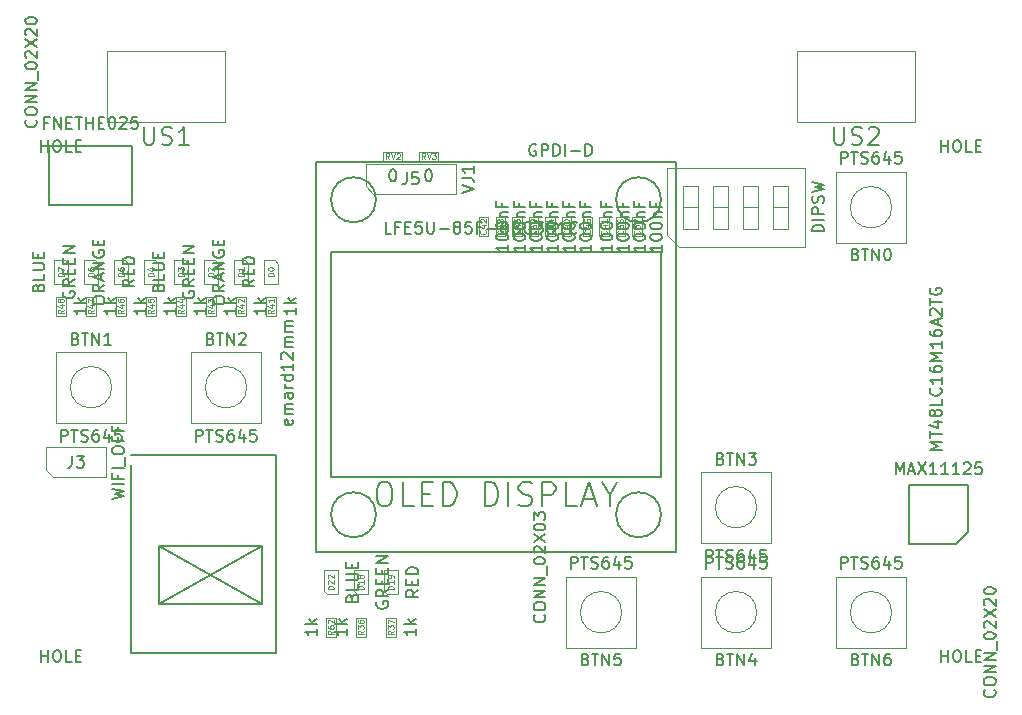
<source format=gbr>
G04 #@! TF.GenerationSoftware,KiCad,Pcbnew,5.0.0-rc2-dev-unknown+dfsg1+20180318-2*
G04 #@! TF.CreationDate,2018-05-15T09:23:06+02:00*
G04 #@! TF.ProjectId,ulx3s,756C7833732E6B696361645F70636200,rev?*
G04 #@! TF.SameCoordinates,Original*
G04 #@! TF.FileFunction,Other,Fab,Top*
%FSLAX46Y46*%
G04 Gerber Fmt 4.6, Leading zero omitted, Abs format (unit mm)*
G04 Created by KiCad (PCBNEW 5.0.0-rc2-dev-unknown+dfsg1+20180318-2) date Tue May 15 09:23:06 2018*
%MOMM*%
%LPD*%
G01*
G04 APERTURE LIST*
%ADD10C,0.100000*%
%ADD11C,0.150000*%
%ADD12C,0.080000*%
G04 APERTURE END LIST*
D10*
X116880000Y-60925000D02*
X116880000Y-66925000D01*
X106880000Y-60925000D02*
X116880000Y-60925000D01*
X106880000Y-66925000D02*
X106880000Y-60925000D01*
X116880000Y-66925000D02*
X106880000Y-66925000D01*
X175300000Y-60925000D02*
X175300000Y-66925000D01*
X165300000Y-60925000D02*
X175300000Y-60925000D01*
X165300000Y-66925000D02*
X165300000Y-60925000D01*
X175300000Y-66925000D02*
X165300000Y-66925000D01*
D11*
X178785000Y-102655000D02*
X174785000Y-102655000D01*
X174785000Y-102655000D02*
X174785000Y-97655000D01*
X174785000Y-97655000D02*
X179785000Y-97655000D01*
X179785000Y-97655000D02*
X179785000Y-101655000D01*
X179785000Y-101655000D02*
X178785000Y-102655000D01*
X153790000Y-73485000D02*
G75*
G03X153790000Y-73485000I-1905000J0D01*
G01*
X129660000Y-73485000D02*
G75*
G03X129660000Y-73485000I-1905000J0D01*
G01*
X129660000Y-100155000D02*
G75*
G03X129660000Y-100155000I-1905000J0D01*
G01*
X153790000Y-100155000D02*
G75*
G03X153790000Y-100155000I-1905000J0D01*
G01*
X153790000Y-77930000D02*
X153790000Y-96980000D01*
X125850000Y-77930000D02*
X153790000Y-77930000D01*
X125850000Y-96980000D02*
X125850000Y-77930000D01*
X153790000Y-96980000D02*
X125850000Y-96980000D01*
X155060000Y-70310000D02*
X155060000Y-103330000D01*
X124580000Y-70310000D02*
X155060000Y-70310000D01*
X124580000Y-103330000D02*
X124580000Y-70310000D01*
X155060000Y-103330000D02*
X124580000Y-103330000D01*
D10*
X174570000Y-77120000D02*
X174570000Y-71120000D01*
X174570000Y-71120000D02*
X168570000Y-71120000D01*
X168570000Y-71120000D02*
X168570000Y-77120000D01*
X168570000Y-77120000D02*
X174570000Y-77120000D01*
X173320714Y-74120000D02*
G75*
G03X173320714Y-74120000I-1750714J0D01*
G01*
X102530000Y-86360000D02*
X102530000Y-92360000D01*
X102530000Y-92360000D02*
X108530000Y-92360000D01*
X108530000Y-92360000D02*
X108530000Y-86360000D01*
X108530000Y-86360000D02*
X102530000Y-86360000D01*
X107280714Y-89360000D02*
G75*
G03X107280714Y-89360000I-1750714J0D01*
G01*
X113960000Y-86360000D02*
X113960000Y-92360000D01*
X113960000Y-92360000D02*
X119960000Y-92360000D01*
X119960000Y-92360000D02*
X119960000Y-86360000D01*
X119960000Y-86360000D02*
X113960000Y-86360000D01*
X118710714Y-89360000D02*
G75*
G03X118710714Y-89360000I-1750714J0D01*
G01*
X157140000Y-96520000D02*
X157140000Y-102520000D01*
X157140000Y-102520000D02*
X163140000Y-102520000D01*
X163140000Y-102520000D02*
X163140000Y-96520000D01*
X163140000Y-96520000D02*
X157140000Y-96520000D01*
X161890714Y-99520000D02*
G75*
G03X161890714Y-99520000I-1750714J0D01*
G01*
X163140000Y-111410000D02*
X163140000Y-105410000D01*
X163140000Y-105410000D02*
X157140000Y-105410000D01*
X157140000Y-105410000D02*
X157140000Y-111410000D01*
X157140000Y-111410000D02*
X163140000Y-111410000D01*
X161890714Y-108410000D02*
G75*
G03X161890714Y-108410000I-1750714J0D01*
G01*
X151710000Y-111410000D02*
X151710000Y-105410000D01*
X151710000Y-105410000D02*
X145710000Y-105410000D01*
X145710000Y-105410000D02*
X145710000Y-111410000D01*
X145710000Y-111410000D02*
X151710000Y-111410000D01*
X150460714Y-108410000D02*
G75*
G03X150460714Y-108410000I-1750714J0D01*
G01*
X174570000Y-111410000D02*
X174570000Y-105410000D01*
X174570000Y-105410000D02*
X168570000Y-105410000D01*
X168570000Y-105410000D02*
X168570000Y-111410000D01*
X168570000Y-111410000D02*
X174570000Y-111410000D01*
X173320714Y-108410000D02*
G75*
G03X173320714Y-108410000I-1750714J0D01*
G01*
X154280000Y-76460000D02*
X154280000Y-70780000D01*
X154280000Y-70780000D02*
X166000000Y-70780000D01*
X166000000Y-70780000D02*
X166000000Y-77460000D01*
X166000000Y-77460000D02*
X155280000Y-77460000D01*
X155280000Y-77460000D02*
X154280000Y-76460000D01*
X155695000Y-75930000D02*
X156965000Y-75930000D01*
X156965000Y-75930000D02*
X156965000Y-72310000D01*
X156965000Y-72310000D02*
X155695000Y-72310000D01*
X155695000Y-72310000D02*
X155695000Y-75930000D01*
X155695000Y-74120000D02*
X156965000Y-74120000D01*
X158235000Y-75930000D02*
X159505000Y-75930000D01*
X159505000Y-75930000D02*
X159505000Y-72310000D01*
X159505000Y-72310000D02*
X158235000Y-72310000D01*
X158235000Y-72310000D02*
X158235000Y-75930000D01*
X158235000Y-74120000D02*
X159505000Y-74120000D01*
X160775000Y-75930000D02*
X162045000Y-75930000D01*
X162045000Y-75930000D02*
X162045000Y-72310000D01*
X162045000Y-72310000D02*
X160775000Y-72310000D01*
X160775000Y-72310000D02*
X160775000Y-75930000D01*
X160775000Y-74120000D02*
X162045000Y-74120000D01*
X163315000Y-75930000D02*
X164585000Y-75930000D01*
X164585000Y-75930000D02*
X164585000Y-72310000D01*
X164585000Y-72310000D02*
X163315000Y-72310000D01*
X163315000Y-72310000D02*
X163315000Y-75930000D01*
X163315000Y-74120000D02*
X164585000Y-74120000D01*
D11*
X120050000Y-102800000D02*
X111250000Y-107750000D01*
X120050000Y-107750000D02*
X111250000Y-102800000D01*
X120050000Y-102800000D02*
X120050000Y-107750000D01*
X111250000Y-102800000D02*
X111250000Y-107750000D01*
X111250000Y-107750000D02*
X120050000Y-107750000D01*
X120050000Y-102800000D02*
X111250000Y-102800000D01*
X121200000Y-95100000D02*
X108900000Y-95100000D01*
X121200000Y-111900000D02*
X121200000Y-95100000D01*
X108900000Y-111900000D02*
X121200000Y-111900000D01*
X108900000Y-95950000D02*
X108900000Y-111900000D01*
X109000000Y-68920000D02*
X109000000Y-73920000D01*
X102000000Y-68920000D02*
X109000000Y-68920000D01*
X102000000Y-73920000D02*
X102000000Y-68920000D01*
X109000000Y-73920000D02*
X102000000Y-73920000D01*
D10*
X150761000Y-76571000D02*
X149961000Y-76571000D01*
X149961000Y-76571000D02*
X149961000Y-74971000D01*
X149961000Y-74971000D02*
X150761000Y-74971000D01*
X150761000Y-74971000D02*
X150761000Y-76571000D01*
X152158000Y-74971000D02*
X152158000Y-76571000D01*
X151358000Y-74971000D02*
X152158000Y-74971000D01*
X151358000Y-76571000D02*
X151358000Y-74971000D01*
X152158000Y-76571000D02*
X151358000Y-76571000D01*
X140601000Y-74971000D02*
X140601000Y-76571000D01*
X139801000Y-74971000D02*
X140601000Y-74971000D01*
X139801000Y-76571000D02*
X139801000Y-74971000D01*
X140601000Y-76571000D02*
X139801000Y-76571000D01*
X143395000Y-76571000D02*
X142595000Y-76571000D01*
X142595000Y-76571000D02*
X142595000Y-74971000D01*
X142595000Y-74971000D02*
X143395000Y-74971000D01*
X143395000Y-74971000D02*
X143395000Y-76571000D01*
X146189000Y-76571000D02*
X145389000Y-76571000D01*
X145389000Y-76571000D02*
X145389000Y-74971000D01*
X145389000Y-74971000D02*
X146189000Y-74971000D01*
X146189000Y-74971000D02*
X146189000Y-76571000D01*
X149364000Y-74971000D02*
X149364000Y-76571000D01*
X148564000Y-74971000D02*
X149364000Y-74971000D01*
X148564000Y-76571000D02*
X148564000Y-74971000D01*
X149364000Y-76571000D02*
X148564000Y-76571000D01*
X139142800Y-76563600D02*
X138342800Y-76563600D01*
X138342800Y-76563600D02*
X138342800Y-74963600D01*
X138342800Y-74963600D02*
X139142800Y-74963600D01*
X139142800Y-74963600D02*
X139142800Y-76563600D01*
X141998000Y-74971000D02*
X141998000Y-76571000D01*
X141198000Y-74971000D02*
X141998000Y-74971000D01*
X141198000Y-76571000D02*
X141198000Y-74971000D01*
X141998000Y-76571000D02*
X141198000Y-76571000D01*
X144792000Y-74971000D02*
X144792000Y-76571000D01*
X143992000Y-74971000D02*
X144792000Y-74971000D01*
X143992000Y-76571000D02*
X143992000Y-74971000D01*
X144792000Y-76571000D02*
X143992000Y-76571000D01*
X147967000Y-76559000D02*
X147167000Y-76559000D01*
X147167000Y-76559000D02*
X147167000Y-74959000D01*
X147167000Y-74959000D02*
X147967000Y-74959000D01*
X147967000Y-74959000D02*
X147967000Y-76559000D01*
X130330000Y-104870000D02*
X130330000Y-106570000D01*
X130330000Y-106570000D02*
X130630000Y-106870000D01*
X130630000Y-106870000D02*
X131530000Y-106870000D01*
X131530000Y-106870000D02*
X131530000Y-104870000D01*
X131530000Y-104870000D02*
X130330000Y-104870000D01*
X121370000Y-80599000D02*
X121370000Y-78899000D01*
X121370000Y-78899000D02*
X121070000Y-78599000D01*
X121070000Y-78599000D02*
X120170000Y-78599000D01*
X120170000Y-78599000D02*
X120170000Y-80599000D01*
X120170000Y-80599000D02*
X121370000Y-80599000D01*
X117630000Y-80599000D02*
X118830000Y-80599000D01*
X117630000Y-78599000D02*
X117630000Y-80599000D01*
X118530000Y-78599000D02*
X117630000Y-78599000D01*
X118830000Y-78899000D02*
X118530000Y-78599000D01*
X118830000Y-80599000D02*
X118830000Y-78899000D01*
X116290000Y-80599000D02*
X116290000Y-78899000D01*
X116290000Y-78899000D02*
X115990000Y-78599000D01*
X115990000Y-78599000D02*
X115090000Y-78599000D01*
X115090000Y-78599000D02*
X115090000Y-80599000D01*
X115090000Y-80599000D02*
X116290000Y-80599000D01*
X113750000Y-80599000D02*
X113750000Y-78899000D01*
X113750000Y-78899000D02*
X113450000Y-78599000D01*
X113450000Y-78599000D02*
X112550000Y-78599000D01*
X112550000Y-78599000D02*
X112550000Y-80599000D01*
X112550000Y-80599000D02*
X113750000Y-80599000D01*
X110010000Y-80599000D02*
X111210000Y-80599000D01*
X110010000Y-78599000D02*
X110010000Y-80599000D01*
X110910000Y-78599000D02*
X110010000Y-78599000D01*
X111210000Y-78899000D02*
X110910000Y-78599000D01*
X111210000Y-80599000D02*
X111210000Y-78899000D01*
X107470000Y-80599000D02*
X108670000Y-80599000D01*
X107470000Y-78599000D02*
X107470000Y-80599000D01*
X108370000Y-78599000D02*
X107470000Y-78599000D01*
X108670000Y-78899000D02*
X108370000Y-78599000D01*
X108670000Y-80599000D02*
X108670000Y-78899000D01*
X106145000Y-80599000D02*
X106145000Y-78899000D01*
X106145000Y-78899000D02*
X105845000Y-78599000D01*
X105845000Y-78599000D02*
X104945000Y-78599000D01*
X104945000Y-78599000D02*
X104945000Y-80599000D01*
X104945000Y-80599000D02*
X106145000Y-80599000D01*
X102390000Y-80599000D02*
X103590000Y-80599000D01*
X102390000Y-78599000D02*
X102390000Y-80599000D01*
X103290000Y-78599000D02*
X102390000Y-78599000D01*
X103590000Y-78899000D02*
X103290000Y-78599000D01*
X103590000Y-80599000D02*
X103590000Y-78899000D01*
X127790000Y-104870000D02*
X127790000Y-106570000D01*
X127790000Y-106570000D02*
X128090000Y-106870000D01*
X128090000Y-106870000D02*
X128990000Y-106870000D01*
X128990000Y-106870000D02*
X128990000Y-104870000D01*
X128990000Y-104870000D02*
X127790000Y-104870000D01*
X126450000Y-104870000D02*
X125250000Y-104870000D01*
X126450000Y-106870000D02*
X126450000Y-104870000D01*
X125550000Y-106870000D02*
X126450000Y-106870000D01*
X125250000Y-106570000D02*
X125550000Y-106870000D01*
X125250000Y-104870000D02*
X125250000Y-106570000D01*
X121170000Y-83302000D02*
X120370000Y-83302000D01*
X120370000Y-83302000D02*
X120370000Y-81702000D01*
X120370000Y-81702000D02*
X121170000Y-81702000D01*
X121170000Y-81702000D02*
X121170000Y-83302000D01*
X118630000Y-81702000D02*
X118630000Y-83302000D01*
X117830000Y-81702000D02*
X118630000Y-81702000D01*
X117830000Y-83302000D02*
X117830000Y-81702000D01*
X118630000Y-83302000D02*
X117830000Y-83302000D01*
X116090000Y-83302000D02*
X115290000Y-83302000D01*
X115290000Y-83302000D02*
X115290000Y-81702000D01*
X115290000Y-81702000D02*
X116090000Y-81702000D01*
X116090000Y-81702000D02*
X116090000Y-83302000D01*
X113550000Y-81702000D02*
X113550000Y-83302000D01*
X112750000Y-81702000D02*
X113550000Y-81702000D01*
X112750000Y-83302000D02*
X112750000Y-81702000D01*
X113550000Y-83302000D02*
X112750000Y-83302000D01*
X111010000Y-81702000D02*
X111010000Y-83302000D01*
X110210000Y-81702000D02*
X111010000Y-81702000D01*
X110210000Y-83302000D02*
X110210000Y-81702000D01*
X111010000Y-83302000D02*
X110210000Y-83302000D01*
X108470000Y-83302000D02*
X107670000Y-83302000D01*
X107670000Y-83302000D02*
X107670000Y-81702000D01*
X107670000Y-81702000D02*
X108470000Y-81702000D01*
X108470000Y-81702000D02*
X108470000Y-83302000D01*
X105930000Y-81702000D02*
X105930000Y-83302000D01*
X105130000Y-81702000D02*
X105930000Y-81702000D01*
X105130000Y-83302000D02*
X105130000Y-81702000D01*
X105930000Y-83302000D02*
X105130000Y-83302000D01*
X103390000Y-83302000D02*
X102590000Y-83302000D01*
X102590000Y-83302000D02*
X102590000Y-81702000D01*
X102590000Y-81702000D02*
X103390000Y-81702000D01*
X103390000Y-81702000D02*
X103390000Y-83302000D01*
X127990000Y-110480000D02*
X127990000Y-108880000D01*
X128790000Y-110480000D02*
X127990000Y-110480000D01*
X128790000Y-108880000D02*
X128790000Y-110480000D01*
X127990000Y-108880000D02*
X128790000Y-108880000D01*
X131330000Y-110480000D02*
X130530000Y-110480000D01*
X130530000Y-110480000D02*
X130530000Y-108880000D01*
X130530000Y-108880000D02*
X131330000Y-108880000D01*
X131330000Y-108880000D02*
X131330000Y-110480000D01*
X125450000Y-108880000D02*
X126250000Y-108880000D01*
X126250000Y-108880000D02*
X126250000Y-110480000D01*
X126250000Y-110480000D02*
X125450000Y-110480000D01*
X125450000Y-110480000D02*
X125450000Y-108880000D01*
X130286001Y-70214500D02*
X130286001Y-69414500D01*
X130286001Y-69414500D02*
X131886001Y-69414500D01*
X131886001Y-69414500D02*
X131886001Y-70214500D01*
X131886001Y-70214500D02*
X130286001Y-70214500D01*
X134920000Y-70214500D02*
X133320000Y-70214500D01*
X134920000Y-69414500D02*
X134920000Y-70214500D01*
X133320000Y-69414500D02*
X134920000Y-69414500D01*
X133320000Y-70214500D02*
X133320000Y-69414500D01*
X101720000Y-96345000D02*
X101720000Y-94440000D01*
X101720000Y-94440000D02*
X106800000Y-94440000D01*
X106800000Y-94440000D02*
X106800000Y-96980000D01*
X106800000Y-96980000D02*
X102355000Y-96980000D01*
X102355000Y-96980000D02*
X101720000Y-96345000D01*
X128786000Y-72360000D02*
X128786000Y-70455000D01*
X128786000Y-70455000D02*
X136406000Y-70455000D01*
X136406000Y-70455000D02*
X136406000Y-72995000D01*
X136406000Y-72995000D02*
X129421000Y-72995000D01*
X129421000Y-72995000D02*
X128786000Y-72360000D01*
D11*
X100867142Y-66713809D02*
X100914761Y-66761428D01*
X100962380Y-66904285D01*
X100962380Y-66999523D01*
X100914761Y-67142380D01*
X100819523Y-67237619D01*
X100724285Y-67285238D01*
X100533809Y-67332857D01*
X100390952Y-67332857D01*
X100200476Y-67285238D01*
X100105238Y-67237619D01*
X100010000Y-67142380D01*
X99962380Y-66999523D01*
X99962380Y-66904285D01*
X100010000Y-66761428D01*
X100057619Y-66713809D01*
X99962380Y-66094761D02*
X99962380Y-65904285D01*
X100010000Y-65809047D01*
X100105238Y-65713809D01*
X100295714Y-65666190D01*
X100629047Y-65666190D01*
X100819523Y-65713809D01*
X100914761Y-65809047D01*
X100962380Y-65904285D01*
X100962380Y-66094761D01*
X100914761Y-66190000D01*
X100819523Y-66285238D01*
X100629047Y-66332857D01*
X100295714Y-66332857D01*
X100105238Y-66285238D01*
X100010000Y-66190000D01*
X99962380Y-66094761D01*
X100962380Y-65237619D02*
X99962380Y-65237619D01*
X100962380Y-64666190D01*
X99962380Y-64666190D01*
X100962380Y-64190000D02*
X99962380Y-64190000D01*
X100962380Y-63618571D01*
X99962380Y-63618571D01*
X101057619Y-63380476D02*
X101057619Y-62618571D01*
X99962380Y-62190000D02*
X99962380Y-62094761D01*
X100010000Y-61999523D01*
X100057619Y-61951904D01*
X100152857Y-61904285D01*
X100343333Y-61856666D01*
X100581428Y-61856666D01*
X100771904Y-61904285D01*
X100867142Y-61951904D01*
X100914761Y-61999523D01*
X100962380Y-62094761D01*
X100962380Y-62190000D01*
X100914761Y-62285238D01*
X100867142Y-62332857D01*
X100771904Y-62380476D01*
X100581428Y-62428095D01*
X100343333Y-62428095D01*
X100152857Y-62380476D01*
X100057619Y-62332857D01*
X100010000Y-62285238D01*
X99962380Y-62190000D01*
X100057619Y-61475714D02*
X100010000Y-61428095D01*
X99962380Y-61332857D01*
X99962380Y-61094761D01*
X100010000Y-60999523D01*
X100057619Y-60951904D01*
X100152857Y-60904285D01*
X100248095Y-60904285D01*
X100390952Y-60951904D01*
X100962380Y-61523333D01*
X100962380Y-60904285D01*
X99962380Y-60570952D02*
X100962380Y-59904285D01*
X99962380Y-59904285D02*
X100962380Y-60570952D01*
X100057619Y-59570952D02*
X100010000Y-59523333D01*
X99962380Y-59428095D01*
X99962380Y-59190000D01*
X100010000Y-59094761D01*
X100057619Y-59047142D01*
X100152857Y-58999523D01*
X100248095Y-58999523D01*
X100390952Y-59047142D01*
X100962380Y-59618571D01*
X100962380Y-58999523D01*
X99962380Y-58380476D02*
X99962380Y-58285238D01*
X100010000Y-58190000D01*
X100057619Y-58142380D01*
X100152857Y-58094761D01*
X100343333Y-58047142D01*
X100581428Y-58047142D01*
X100771904Y-58094761D01*
X100867142Y-58142380D01*
X100914761Y-58190000D01*
X100962380Y-58285238D01*
X100962380Y-58380476D01*
X100914761Y-58475714D01*
X100867142Y-58523333D01*
X100771904Y-58570952D01*
X100581428Y-58618571D01*
X100343333Y-58618571D01*
X100152857Y-58570952D01*
X100057619Y-58523333D01*
X100010000Y-58475714D01*
X99962380Y-58380476D01*
X182027142Y-114973809D02*
X182074761Y-115021428D01*
X182122380Y-115164285D01*
X182122380Y-115259523D01*
X182074761Y-115402380D01*
X181979523Y-115497619D01*
X181884285Y-115545238D01*
X181693809Y-115592857D01*
X181550952Y-115592857D01*
X181360476Y-115545238D01*
X181265238Y-115497619D01*
X181170000Y-115402380D01*
X181122380Y-115259523D01*
X181122380Y-115164285D01*
X181170000Y-115021428D01*
X181217619Y-114973809D01*
X181122380Y-114354761D02*
X181122380Y-114164285D01*
X181170000Y-114069047D01*
X181265238Y-113973809D01*
X181455714Y-113926190D01*
X181789047Y-113926190D01*
X181979523Y-113973809D01*
X182074761Y-114069047D01*
X182122380Y-114164285D01*
X182122380Y-114354761D01*
X182074761Y-114450000D01*
X181979523Y-114545238D01*
X181789047Y-114592857D01*
X181455714Y-114592857D01*
X181265238Y-114545238D01*
X181170000Y-114450000D01*
X181122380Y-114354761D01*
X182122380Y-113497619D02*
X181122380Y-113497619D01*
X182122380Y-112926190D01*
X181122380Y-112926190D01*
X182122380Y-112450000D02*
X181122380Y-112450000D01*
X182122380Y-111878571D01*
X181122380Y-111878571D01*
X182217619Y-111640476D02*
X182217619Y-110878571D01*
X181122380Y-110450000D02*
X181122380Y-110354761D01*
X181170000Y-110259523D01*
X181217619Y-110211904D01*
X181312857Y-110164285D01*
X181503333Y-110116666D01*
X181741428Y-110116666D01*
X181931904Y-110164285D01*
X182027142Y-110211904D01*
X182074761Y-110259523D01*
X182122380Y-110354761D01*
X182122380Y-110450000D01*
X182074761Y-110545238D01*
X182027142Y-110592857D01*
X181931904Y-110640476D01*
X181741428Y-110688095D01*
X181503333Y-110688095D01*
X181312857Y-110640476D01*
X181217619Y-110592857D01*
X181170000Y-110545238D01*
X181122380Y-110450000D01*
X181217619Y-109735714D02*
X181170000Y-109688095D01*
X181122380Y-109592857D01*
X181122380Y-109354761D01*
X181170000Y-109259523D01*
X181217619Y-109211904D01*
X181312857Y-109164285D01*
X181408095Y-109164285D01*
X181550952Y-109211904D01*
X182122380Y-109783333D01*
X182122380Y-109164285D01*
X181122380Y-108830952D02*
X182122380Y-108164285D01*
X181122380Y-108164285D02*
X182122380Y-108830952D01*
X181217619Y-107830952D02*
X181170000Y-107783333D01*
X181122380Y-107688095D01*
X181122380Y-107450000D01*
X181170000Y-107354761D01*
X181217619Y-107307142D01*
X181312857Y-107259523D01*
X181408095Y-107259523D01*
X181550952Y-107307142D01*
X182122380Y-107878571D01*
X182122380Y-107259523D01*
X181122380Y-106640476D02*
X181122380Y-106545238D01*
X181170000Y-106450000D01*
X181217619Y-106402380D01*
X181312857Y-106354761D01*
X181503333Y-106307142D01*
X181741428Y-106307142D01*
X181931904Y-106354761D01*
X182027142Y-106402380D01*
X182074761Y-106450000D01*
X182122380Y-106545238D01*
X182122380Y-106640476D01*
X182074761Y-106735714D01*
X182027142Y-106783333D01*
X181931904Y-106830952D01*
X181741428Y-106878571D01*
X181503333Y-106878571D01*
X181312857Y-106830952D01*
X181217619Y-106783333D01*
X181170000Y-106735714D01*
X181122380Y-106640476D01*
X101323333Y-112612380D02*
X101323333Y-111612380D01*
X101323333Y-112088571D02*
X101894761Y-112088571D01*
X101894761Y-112612380D02*
X101894761Y-111612380D01*
X102561428Y-111612380D02*
X102751904Y-111612380D01*
X102847142Y-111660000D01*
X102942380Y-111755238D01*
X102990000Y-111945714D01*
X102990000Y-112279047D01*
X102942380Y-112469523D01*
X102847142Y-112564761D01*
X102751904Y-112612380D01*
X102561428Y-112612380D01*
X102466190Y-112564761D01*
X102370952Y-112469523D01*
X102323333Y-112279047D01*
X102323333Y-111945714D01*
X102370952Y-111755238D01*
X102466190Y-111660000D01*
X102561428Y-111612380D01*
X103894761Y-112612380D02*
X103418571Y-112612380D01*
X103418571Y-111612380D01*
X104228095Y-112088571D02*
X104561428Y-112088571D01*
X104704285Y-112612380D02*
X104228095Y-112612380D01*
X104228095Y-111612380D01*
X104704285Y-111612380D01*
X177523333Y-112612380D02*
X177523333Y-111612380D01*
X177523333Y-112088571D02*
X178094761Y-112088571D01*
X178094761Y-112612380D02*
X178094761Y-111612380D01*
X178761428Y-111612380D02*
X178951904Y-111612380D01*
X179047142Y-111660000D01*
X179142380Y-111755238D01*
X179190000Y-111945714D01*
X179190000Y-112279047D01*
X179142380Y-112469523D01*
X179047142Y-112564761D01*
X178951904Y-112612380D01*
X178761428Y-112612380D01*
X178666190Y-112564761D01*
X178570952Y-112469523D01*
X178523333Y-112279047D01*
X178523333Y-111945714D01*
X178570952Y-111755238D01*
X178666190Y-111660000D01*
X178761428Y-111612380D01*
X180094761Y-112612380D02*
X179618571Y-112612380D01*
X179618571Y-111612380D01*
X180428095Y-112088571D02*
X180761428Y-112088571D01*
X180904285Y-112612380D02*
X180428095Y-112612380D01*
X180428095Y-111612380D01*
X180904285Y-111612380D01*
X177523333Y-69432380D02*
X177523333Y-68432380D01*
X177523333Y-68908571D02*
X178094761Y-68908571D01*
X178094761Y-69432380D02*
X178094761Y-68432380D01*
X178761428Y-68432380D02*
X178951904Y-68432380D01*
X179047142Y-68480000D01*
X179142380Y-68575238D01*
X179190000Y-68765714D01*
X179190000Y-69099047D01*
X179142380Y-69289523D01*
X179047142Y-69384761D01*
X178951904Y-69432380D01*
X178761428Y-69432380D01*
X178666190Y-69384761D01*
X178570952Y-69289523D01*
X178523333Y-69099047D01*
X178523333Y-68765714D01*
X178570952Y-68575238D01*
X178666190Y-68480000D01*
X178761428Y-68432380D01*
X180094761Y-69432380D02*
X179618571Y-69432380D01*
X179618571Y-68432380D01*
X180428095Y-68908571D02*
X180761428Y-68908571D01*
X180904285Y-69432380D02*
X180428095Y-69432380D01*
X180428095Y-68432380D01*
X180904285Y-68432380D01*
X101323333Y-69432380D02*
X101323333Y-68432380D01*
X101323333Y-68908571D02*
X101894761Y-68908571D01*
X101894761Y-69432380D02*
X101894761Y-68432380D01*
X102561428Y-68432380D02*
X102751904Y-68432380D01*
X102847142Y-68480000D01*
X102942380Y-68575238D01*
X102990000Y-68765714D01*
X102990000Y-69099047D01*
X102942380Y-69289523D01*
X102847142Y-69384761D01*
X102751904Y-69432380D01*
X102561428Y-69432380D01*
X102466190Y-69384761D01*
X102370952Y-69289523D01*
X102323333Y-69099047D01*
X102323333Y-68765714D01*
X102370952Y-68575238D01*
X102466190Y-68480000D01*
X102561428Y-68432380D01*
X103894761Y-69432380D02*
X103418571Y-69432380D01*
X103418571Y-68432380D01*
X104228095Y-68908571D02*
X104561428Y-68908571D01*
X104704285Y-69432380D02*
X104228095Y-69432380D01*
X104228095Y-68432380D01*
X104704285Y-68432380D01*
X110022857Y-67329571D02*
X110022857Y-68543857D01*
X110094285Y-68686714D01*
X110165714Y-68758142D01*
X110308571Y-68829571D01*
X110594285Y-68829571D01*
X110737142Y-68758142D01*
X110808571Y-68686714D01*
X110880000Y-68543857D01*
X110880000Y-67329571D01*
X111522857Y-68758142D02*
X111737142Y-68829571D01*
X112094285Y-68829571D01*
X112237142Y-68758142D01*
X112308571Y-68686714D01*
X112380000Y-68543857D01*
X112380000Y-68401000D01*
X112308571Y-68258142D01*
X112237142Y-68186714D01*
X112094285Y-68115285D01*
X111808571Y-68043857D01*
X111665714Y-67972428D01*
X111594285Y-67901000D01*
X111522857Y-67758142D01*
X111522857Y-67615285D01*
X111594285Y-67472428D01*
X111665714Y-67401000D01*
X111808571Y-67329571D01*
X112165714Y-67329571D01*
X112380000Y-67401000D01*
X113808571Y-68829571D02*
X112951428Y-68829571D01*
X113380000Y-68829571D02*
X113380000Y-67329571D01*
X113237142Y-67543857D01*
X113094285Y-67686714D01*
X112951428Y-67758142D01*
X168442857Y-67329571D02*
X168442857Y-68543857D01*
X168514285Y-68686714D01*
X168585714Y-68758142D01*
X168728571Y-68829571D01*
X169014285Y-68829571D01*
X169157142Y-68758142D01*
X169228571Y-68686714D01*
X169300000Y-68543857D01*
X169300000Y-67329571D01*
X169942857Y-68758142D02*
X170157142Y-68829571D01*
X170514285Y-68829571D01*
X170657142Y-68758142D01*
X170728571Y-68686714D01*
X170800000Y-68543857D01*
X170800000Y-68401000D01*
X170728571Y-68258142D01*
X170657142Y-68186714D01*
X170514285Y-68115285D01*
X170228571Y-68043857D01*
X170085714Y-67972428D01*
X170014285Y-67901000D01*
X169942857Y-67758142D01*
X169942857Y-67615285D01*
X170014285Y-67472428D01*
X170085714Y-67401000D01*
X170228571Y-67329571D01*
X170585714Y-67329571D01*
X170800000Y-67401000D01*
X171371428Y-67472428D02*
X171442857Y-67401000D01*
X171585714Y-67329571D01*
X171942857Y-67329571D01*
X172085714Y-67401000D01*
X172157142Y-67472428D01*
X172228571Y-67615285D01*
X172228571Y-67758142D01*
X172157142Y-67972428D01*
X171300000Y-68829571D01*
X172228571Y-68829571D01*
X143912142Y-108623809D02*
X143959761Y-108671428D01*
X144007380Y-108814285D01*
X144007380Y-108909523D01*
X143959761Y-109052380D01*
X143864523Y-109147619D01*
X143769285Y-109195238D01*
X143578809Y-109242857D01*
X143435952Y-109242857D01*
X143245476Y-109195238D01*
X143150238Y-109147619D01*
X143055000Y-109052380D01*
X143007380Y-108909523D01*
X143007380Y-108814285D01*
X143055000Y-108671428D01*
X143102619Y-108623809D01*
X143007380Y-108004761D02*
X143007380Y-107814285D01*
X143055000Y-107719047D01*
X143150238Y-107623809D01*
X143340714Y-107576190D01*
X143674047Y-107576190D01*
X143864523Y-107623809D01*
X143959761Y-107719047D01*
X144007380Y-107814285D01*
X144007380Y-108004761D01*
X143959761Y-108100000D01*
X143864523Y-108195238D01*
X143674047Y-108242857D01*
X143340714Y-108242857D01*
X143150238Y-108195238D01*
X143055000Y-108100000D01*
X143007380Y-108004761D01*
X144007380Y-107147619D02*
X143007380Y-107147619D01*
X144007380Y-106576190D01*
X143007380Y-106576190D01*
X144007380Y-106100000D02*
X143007380Y-106100000D01*
X144007380Y-105528571D01*
X143007380Y-105528571D01*
X144102619Y-105290476D02*
X144102619Y-104528571D01*
X143007380Y-104100000D02*
X143007380Y-104004761D01*
X143055000Y-103909523D01*
X143102619Y-103861904D01*
X143197857Y-103814285D01*
X143388333Y-103766666D01*
X143626428Y-103766666D01*
X143816904Y-103814285D01*
X143912142Y-103861904D01*
X143959761Y-103909523D01*
X144007380Y-104004761D01*
X144007380Y-104100000D01*
X143959761Y-104195238D01*
X143912142Y-104242857D01*
X143816904Y-104290476D01*
X143626428Y-104338095D01*
X143388333Y-104338095D01*
X143197857Y-104290476D01*
X143102619Y-104242857D01*
X143055000Y-104195238D01*
X143007380Y-104100000D01*
X143102619Y-103385714D02*
X143055000Y-103338095D01*
X143007380Y-103242857D01*
X143007380Y-103004761D01*
X143055000Y-102909523D01*
X143102619Y-102861904D01*
X143197857Y-102814285D01*
X143293095Y-102814285D01*
X143435952Y-102861904D01*
X144007380Y-103433333D01*
X144007380Y-102814285D01*
X143007380Y-102480952D02*
X144007380Y-101814285D01*
X143007380Y-101814285D02*
X144007380Y-102480952D01*
X143007380Y-101242857D02*
X143007380Y-101147619D01*
X143055000Y-101052380D01*
X143102619Y-101004761D01*
X143197857Y-100957142D01*
X143388333Y-100909523D01*
X143626428Y-100909523D01*
X143816904Y-100957142D01*
X143912142Y-101004761D01*
X143959761Y-101052380D01*
X144007380Y-101147619D01*
X144007380Y-101242857D01*
X143959761Y-101338095D01*
X143912142Y-101385714D01*
X143816904Y-101433333D01*
X143626428Y-101480952D01*
X143388333Y-101480952D01*
X143197857Y-101433333D01*
X143102619Y-101385714D01*
X143055000Y-101338095D01*
X143007380Y-101242857D01*
X143007380Y-100576190D02*
X143007380Y-99957142D01*
X143388333Y-100290476D01*
X143388333Y-100147619D01*
X143435952Y-100052380D01*
X143483571Y-100004761D01*
X143578809Y-99957142D01*
X143816904Y-99957142D01*
X143912142Y-100004761D01*
X143959761Y-100052380D01*
X144007380Y-100147619D01*
X144007380Y-100433333D01*
X143959761Y-100528571D01*
X143912142Y-100576190D01*
X173665952Y-96732380D02*
X173665952Y-95732380D01*
X173999285Y-96446666D01*
X174332619Y-95732380D01*
X174332619Y-96732380D01*
X174761190Y-96446666D02*
X175237380Y-96446666D01*
X174665952Y-96732380D02*
X174999285Y-95732380D01*
X175332619Y-96732380D01*
X175570714Y-95732380D02*
X176237380Y-96732380D01*
X176237380Y-95732380D02*
X175570714Y-96732380D01*
X177142142Y-96732380D02*
X176570714Y-96732380D01*
X176856428Y-96732380D02*
X176856428Y-95732380D01*
X176761190Y-95875238D01*
X176665952Y-95970476D01*
X176570714Y-96018095D01*
X178094523Y-96732380D02*
X177523095Y-96732380D01*
X177808809Y-96732380D02*
X177808809Y-95732380D01*
X177713571Y-95875238D01*
X177618333Y-95970476D01*
X177523095Y-96018095D01*
X179046904Y-96732380D02*
X178475476Y-96732380D01*
X178761190Y-96732380D02*
X178761190Y-95732380D01*
X178665952Y-95875238D01*
X178570714Y-95970476D01*
X178475476Y-96018095D01*
X179427857Y-95827619D02*
X179475476Y-95780000D01*
X179570714Y-95732380D01*
X179808809Y-95732380D01*
X179904047Y-95780000D01*
X179951666Y-95827619D01*
X179999285Y-95922857D01*
X179999285Y-96018095D01*
X179951666Y-96160952D01*
X179380238Y-96732380D01*
X179999285Y-96732380D01*
X180904047Y-95732380D02*
X180427857Y-95732380D01*
X180380238Y-96208571D01*
X180427857Y-96160952D01*
X180523095Y-96113333D01*
X180761190Y-96113333D01*
X180856428Y-96160952D01*
X180904047Y-96208571D01*
X180951666Y-96303809D01*
X180951666Y-96541904D01*
X180904047Y-96637142D01*
X180856428Y-96684761D01*
X180761190Y-96732380D01*
X180523095Y-96732380D01*
X180427857Y-96684761D01*
X180380238Y-96637142D01*
X130200952Y-97408761D02*
X130581904Y-97408761D01*
X130772380Y-97504000D01*
X130962857Y-97694476D01*
X131058095Y-98075428D01*
X131058095Y-98742095D01*
X130962857Y-99123047D01*
X130772380Y-99313523D01*
X130581904Y-99408761D01*
X130200952Y-99408761D01*
X130010476Y-99313523D01*
X129820000Y-99123047D01*
X129724761Y-98742095D01*
X129724761Y-98075428D01*
X129820000Y-97694476D01*
X130010476Y-97504000D01*
X130200952Y-97408761D01*
X132867619Y-99408761D02*
X131915238Y-99408761D01*
X131915238Y-97408761D01*
X133534285Y-98361142D02*
X134200952Y-98361142D01*
X134486666Y-99408761D02*
X133534285Y-99408761D01*
X133534285Y-97408761D01*
X134486666Y-97408761D01*
X135343809Y-99408761D02*
X135343809Y-97408761D01*
X135820000Y-97408761D01*
X136105714Y-97504000D01*
X136296190Y-97694476D01*
X136391428Y-97884952D01*
X136486666Y-98265904D01*
X136486666Y-98551619D01*
X136391428Y-98932571D01*
X136296190Y-99123047D01*
X136105714Y-99313523D01*
X135820000Y-99408761D01*
X135343809Y-99408761D01*
X138867619Y-99408761D02*
X138867619Y-97408761D01*
X139343809Y-97408761D01*
X139629523Y-97504000D01*
X139820000Y-97694476D01*
X139915238Y-97884952D01*
X140010476Y-98265904D01*
X140010476Y-98551619D01*
X139915238Y-98932571D01*
X139820000Y-99123047D01*
X139629523Y-99313523D01*
X139343809Y-99408761D01*
X138867619Y-99408761D01*
X140867619Y-99408761D02*
X140867619Y-97408761D01*
X141724761Y-99313523D02*
X142010476Y-99408761D01*
X142486666Y-99408761D01*
X142677142Y-99313523D01*
X142772380Y-99218285D01*
X142867619Y-99027809D01*
X142867619Y-98837333D01*
X142772380Y-98646857D01*
X142677142Y-98551619D01*
X142486666Y-98456380D01*
X142105714Y-98361142D01*
X141915238Y-98265904D01*
X141820000Y-98170666D01*
X141724761Y-97980190D01*
X141724761Y-97789714D01*
X141820000Y-97599238D01*
X141915238Y-97504000D01*
X142105714Y-97408761D01*
X142581904Y-97408761D01*
X142867619Y-97504000D01*
X143724761Y-99408761D02*
X143724761Y-97408761D01*
X144486666Y-97408761D01*
X144677142Y-97504000D01*
X144772380Y-97599238D01*
X144867619Y-97789714D01*
X144867619Y-98075428D01*
X144772380Y-98265904D01*
X144677142Y-98361142D01*
X144486666Y-98456380D01*
X143724761Y-98456380D01*
X146677142Y-99408761D02*
X145724761Y-99408761D01*
X145724761Y-97408761D01*
X147248571Y-98837333D02*
X148200952Y-98837333D01*
X147058095Y-99408761D02*
X147724761Y-97408761D01*
X148391428Y-99408761D01*
X149439047Y-98456380D02*
X149439047Y-99408761D01*
X148772380Y-97408761D02*
X149439047Y-98456380D01*
X150105714Y-97408761D01*
X169022380Y-70422380D02*
X169022380Y-69422380D01*
X169403333Y-69422380D01*
X169498571Y-69470000D01*
X169546190Y-69517619D01*
X169593809Y-69612857D01*
X169593809Y-69755714D01*
X169546190Y-69850952D01*
X169498571Y-69898571D01*
X169403333Y-69946190D01*
X169022380Y-69946190D01*
X169879523Y-69422380D02*
X170450952Y-69422380D01*
X170165238Y-70422380D02*
X170165238Y-69422380D01*
X170736666Y-70374761D02*
X170879523Y-70422380D01*
X171117619Y-70422380D01*
X171212857Y-70374761D01*
X171260476Y-70327142D01*
X171308095Y-70231904D01*
X171308095Y-70136666D01*
X171260476Y-70041428D01*
X171212857Y-69993809D01*
X171117619Y-69946190D01*
X170927142Y-69898571D01*
X170831904Y-69850952D01*
X170784285Y-69803333D01*
X170736666Y-69708095D01*
X170736666Y-69612857D01*
X170784285Y-69517619D01*
X170831904Y-69470000D01*
X170927142Y-69422380D01*
X171165238Y-69422380D01*
X171308095Y-69470000D01*
X172165238Y-69422380D02*
X171974761Y-69422380D01*
X171879523Y-69470000D01*
X171831904Y-69517619D01*
X171736666Y-69660476D01*
X171689047Y-69850952D01*
X171689047Y-70231904D01*
X171736666Y-70327142D01*
X171784285Y-70374761D01*
X171879523Y-70422380D01*
X172070000Y-70422380D01*
X172165238Y-70374761D01*
X172212857Y-70327142D01*
X172260476Y-70231904D01*
X172260476Y-69993809D01*
X172212857Y-69898571D01*
X172165238Y-69850952D01*
X172070000Y-69803333D01*
X171879523Y-69803333D01*
X171784285Y-69850952D01*
X171736666Y-69898571D01*
X171689047Y-69993809D01*
X173117619Y-69755714D02*
X173117619Y-70422380D01*
X172879523Y-69374761D02*
X172641428Y-70089047D01*
X173260476Y-70089047D01*
X174117619Y-69422380D02*
X173641428Y-69422380D01*
X173593809Y-69898571D01*
X173641428Y-69850952D01*
X173736666Y-69803333D01*
X173974761Y-69803333D01*
X174070000Y-69850952D01*
X174117619Y-69898571D01*
X174165238Y-69993809D01*
X174165238Y-70231904D01*
X174117619Y-70327142D01*
X174070000Y-70374761D01*
X173974761Y-70422380D01*
X173736666Y-70422380D01*
X173641428Y-70374761D01*
X173593809Y-70327142D01*
X170260476Y-78098571D02*
X170403333Y-78146190D01*
X170450952Y-78193809D01*
X170498571Y-78289047D01*
X170498571Y-78431904D01*
X170450952Y-78527142D01*
X170403333Y-78574761D01*
X170308095Y-78622380D01*
X169927142Y-78622380D01*
X169927142Y-77622380D01*
X170260476Y-77622380D01*
X170355714Y-77670000D01*
X170403333Y-77717619D01*
X170450952Y-77812857D01*
X170450952Y-77908095D01*
X170403333Y-78003333D01*
X170355714Y-78050952D01*
X170260476Y-78098571D01*
X169927142Y-78098571D01*
X170784285Y-77622380D02*
X171355714Y-77622380D01*
X171070000Y-78622380D02*
X171070000Y-77622380D01*
X171689047Y-78622380D02*
X171689047Y-77622380D01*
X172260476Y-78622380D01*
X172260476Y-77622380D01*
X172927142Y-77622380D02*
X173022380Y-77622380D01*
X173117619Y-77670000D01*
X173165238Y-77717619D01*
X173212857Y-77812857D01*
X173260476Y-78003333D01*
X173260476Y-78241428D01*
X173212857Y-78431904D01*
X173165238Y-78527142D01*
X173117619Y-78574761D01*
X173022380Y-78622380D01*
X172927142Y-78622380D01*
X172831904Y-78574761D01*
X172784285Y-78527142D01*
X172736666Y-78431904D01*
X172689047Y-78241428D01*
X172689047Y-78003333D01*
X172736666Y-77812857D01*
X172784285Y-77717619D01*
X172831904Y-77670000D01*
X172927142Y-77622380D01*
X102982380Y-93962380D02*
X102982380Y-92962380D01*
X103363333Y-92962380D01*
X103458571Y-93010000D01*
X103506190Y-93057619D01*
X103553809Y-93152857D01*
X103553809Y-93295714D01*
X103506190Y-93390952D01*
X103458571Y-93438571D01*
X103363333Y-93486190D01*
X102982380Y-93486190D01*
X103839523Y-92962380D02*
X104410952Y-92962380D01*
X104125238Y-93962380D02*
X104125238Y-92962380D01*
X104696666Y-93914761D02*
X104839523Y-93962380D01*
X105077619Y-93962380D01*
X105172857Y-93914761D01*
X105220476Y-93867142D01*
X105268095Y-93771904D01*
X105268095Y-93676666D01*
X105220476Y-93581428D01*
X105172857Y-93533809D01*
X105077619Y-93486190D01*
X104887142Y-93438571D01*
X104791904Y-93390952D01*
X104744285Y-93343333D01*
X104696666Y-93248095D01*
X104696666Y-93152857D01*
X104744285Y-93057619D01*
X104791904Y-93010000D01*
X104887142Y-92962380D01*
X105125238Y-92962380D01*
X105268095Y-93010000D01*
X106125238Y-92962380D02*
X105934761Y-92962380D01*
X105839523Y-93010000D01*
X105791904Y-93057619D01*
X105696666Y-93200476D01*
X105649047Y-93390952D01*
X105649047Y-93771904D01*
X105696666Y-93867142D01*
X105744285Y-93914761D01*
X105839523Y-93962380D01*
X106030000Y-93962380D01*
X106125238Y-93914761D01*
X106172857Y-93867142D01*
X106220476Y-93771904D01*
X106220476Y-93533809D01*
X106172857Y-93438571D01*
X106125238Y-93390952D01*
X106030000Y-93343333D01*
X105839523Y-93343333D01*
X105744285Y-93390952D01*
X105696666Y-93438571D01*
X105649047Y-93533809D01*
X107077619Y-93295714D02*
X107077619Y-93962380D01*
X106839523Y-92914761D02*
X106601428Y-93629047D01*
X107220476Y-93629047D01*
X108077619Y-92962380D02*
X107601428Y-92962380D01*
X107553809Y-93438571D01*
X107601428Y-93390952D01*
X107696666Y-93343333D01*
X107934761Y-93343333D01*
X108030000Y-93390952D01*
X108077619Y-93438571D01*
X108125238Y-93533809D01*
X108125238Y-93771904D01*
X108077619Y-93867142D01*
X108030000Y-93914761D01*
X107934761Y-93962380D01*
X107696666Y-93962380D01*
X107601428Y-93914761D01*
X107553809Y-93867142D01*
X104220476Y-85238571D02*
X104363333Y-85286190D01*
X104410952Y-85333809D01*
X104458571Y-85429047D01*
X104458571Y-85571904D01*
X104410952Y-85667142D01*
X104363333Y-85714761D01*
X104268095Y-85762380D01*
X103887142Y-85762380D01*
X103887142Y-84762380D01*
X104220476Y-84762380D01*
X104315714Y-84810000D01*
X104363333Y-84857619D01*
X104410952Y-84952857D01*
X104410952Y-85048095D01*
X104363333Y-85143333D01*
X104315714Y-85190952D01*
X104220476Y-85238571D01*
X103887142Y-85238571D01*
X104744285Y-84762380D02*
X105315714Y-84762380D01*
X105030000Y-85762380D02*
X105030000Y-84762380D01*
X105649047Y-85762380D02*
X105649047Y-84762380D01*
X106220476Y-85762380D01*
X106220476Y-84762380D01*
X107220476Y-85762380D02*
X106649047Y-85762380D01*
X106934761Y-85762380D02*
X106934761Y-84762380D01*
X106839523Y-84905238D01*
X106744285Y-85000476D01*
X106649047Y-85048095D01*
X114412380Y-93962380D02*
X114412380Y-92962380D01*
X114793333Y-92962380D01*
X114888571Y-93010000D01*
X114936190Y-93057619D01*
X114983809Y-93152857D01*
X114983809Y-93295714D01*
X114936190Y-93390952D01*
X114888571Y-93438571D01*
X114793333Y-93486190D01*
X114412380Y-93486190D01*
X115269523Y-92962380D02*
X115840952Y-92962380D01*
X115555238Y-93962380D02*
X115555238Y-92962380D01*
X116126666Y-93914761D02*
X116269523Y-93962380D01*
X116507619Y-93962380D01*
X116602857Y-93914761D01*
X116650476Y-93867142D01*
X116698095Y-93771904D01*
X116698095Y-93676666D01*
X116650476Y-93581428D01*
X116602857Y-93533809D01*
X116507619Y-93486190D01*
X116317142Y-93438571D01*
X116221904Y-93390952D01*
X116174285Y-93343333D01*
X116126666Y-93248095D01*
X116126666Y-93152857D01*
X116174285Y-93057619D01*
X116221904Y-93010000D01*
X116317142Y-92962380D01*
X116555238Y-92962380D01*
X116698095Y-93010000D01*
X117555238Y-92962380D02*
X117364761Y-92962380D01*
X117269523Y-93010000D01*
X117221904Y-93057619D01*
X117126666Y-93200476D01*
X117079047Y-93390952D01*
X117079047Y-93771904D01*
X117126666Y-93867142D01*
X117174285Y-93914761D01*
X117269523Y-93962380D01*
X117460000Y-93962380D01*
X117555238Y-93914761D01*
X117602857Y-93867142D01*
X117650476Y-93771904D01*
X117650476Y-93533809D01*
X117602857Y-93438571D01*
X117555238Y-93390952D01*
X117460000Y-93343333D01*
X117269523Y-93343333D01*
X117174285Y-93390952D01*
X117126666Y-93438571D01*
X117079047Y-93533809D01*
X118507619Y-93295714D02*
X118507619Y-93962380D01*
X118269523Y-92914761D02*
X118031428Y-93629047D01*
X118650476Y-93629047D01*
X119507619Y-92962380D02*
X119031428Y-92962380D01*
X118983809Y-93438571D01*
X119031428Y-93390952D01*
X119126666Y-93343333D01*
X119364761Y-93343333D01*
X119460000Y-93390952D01*
X119507619Y-93438571D01*
X119555238Y-93533809D01*
X119555238Y-93771904D01*
X119507619Y-93867142D01*
X119460000Y-93914761D01*
X119364761Y-93962380D01*
X119126666Y-93962380D01*
X119031428Y-93914761D01*
X118983809Y-93867142D01*
X115650476Y-85238571D02*
X115793333Y-85286190D01*
X115840952Y-85333809D01*
X115888571Y-85429047D01*
X115888571Y-85571904D01*
X115840952Y-85667142D01*
X115793333Y-85714761D01*
X115698095Y-85762380D01*
X115317142Y-85762380D01*
X115317142Y-84762380D01*
X115650476Y-84762380D01*
X115745714Y-84810000D01*
X115793333Y-84857619D01*
X115840952Y-84952857D01*
X115840952Y-85048095D01*
X115793333Y-85143333D01*
X115745714Y-85190952D01*
X115650476Y-85238571D01*
X115317142Y-85238571D01*
X116174285Y-84762380D02*
X116745714Y-84762380D01*
X116460000Y-85762380D02*
X116460000Y-84762380D01*
X117079047Y-85762380D02*
X117079047Y-84762380D01*
X117650476Y-85762380D01*
X117650476Y-84762380D01*
X118079047Y-84857619D02*
X118126666Y-84810000D01*
X118221904Y-84762380D01*
X118460000Y-84762380D01*
X118555238Y-84810000D01*
X118602857Y-84857619D01*
X118650476Y-84952857D01*
X118650476Y-85048095D01*
X118602857Y-85190952D01*
X118031428Y-85762380D01*
X118650476Y-85762380D01*
X157592380Y-104122380D02*
X157592380Y-103122380D01*
X157973333Y-103122380D01*
X158068571Y-103170000D01*
X158116190Y-103217619D01*
X158163809Y-103312857D01*
X158163809Y-103455714D01*
X158116190Y-103550952D01*
X158068571Y-103598571D01*
X157973333Y-103646190D01*
X157592380Y-103646190D01*
X158449523Y-103122380D02*
X159020952Y-103122380D01*
X158735238Y-104122380D02*
X158735238Y-103122380D01*
X159306666Y-104074761D02*
X159449523Y-104122380D01*
X159687619Y-104122380D01*
X159782857Y-104074761D01*
X159830476Y-104027142D01*
X159878095Y-103931904D01*
X159878095Y-103836666D01*
X159830476Y-103741428D01*
X159782857Y-103693809D01*
X159687619Y-103646190D01*
X159497142Y-103598571D01*
X159401904Y-103550952D01*
X159354285Y-103503333D01*
X159306666Y-103408095D01*
X159306666Y-103312857D01*
X159354285Y-103217619D01*
X159401904Y-103170000D01*
X159497142Y-103122380D01*
X159735238Y-103122380D01*
X159878095Y-103170000D01*
X160735238Y-103122380D02*
X160544761Y-103122380D01*
X160449523Y-103170000D01*
X160401904Y-103217619D01*
X160306666Y-103360476D01*
X160259047Y-103550952D01*
X160259047Y-103931904D01*
X160306666Y-104027142D01*
X160354285Y-104074761D01*
X160449523Y-104122380D01*
X160640000Y-104122380D01*
X160735238Y-104074761D01*
X160782857Y-104027142D01*
X160830476Y-103931904D01*
X160830476Y-103693809D01*
X160782857Y-103598571D01*
X160735238Y-103550952D01*
X160640000Y-103503333D01*
X160449523Y-103503333D01*
X160354285Y-103550952D01*
X160306666Y-103598571D01*
X160259047Y-103693809D01*
X161687619Y-103455714D02*
X161687619Y-104122380D01*
X161449523Y-103074761D02*
X161211428Y-103789047D01*
X161830476Y-103789047D01*
X162687619Y-103122380D02*
X162211428Y-103122380D01*
X162163809Y-103598571D01*
X162211428Y-103550952D01*
X162306666Y-103503333D01*
X162544761Y-103503333D01*
X162640000Y-103550952D01*
X162687619Y-103598571D01*
X162735238Y-103693809D01*
X162735238Y-103931904D01*
X162687619Y-104027142D01*
X162640000Y-104074761D01*
X162544761Y-104122380D01*
X162306666Y-104122380D01*
X162211428Y-104074761D01*
X162163809Y-104027142D01*
X158830476Y-95398571D02*
X158973333Y-95446190D01*
X159020952Y-95493809D01*
X159068571Y-95589047D01*
X159068571Y-95731904D01*
X159020952Y-95827142D01*
X158973333Y-95874761D01*
X158878095Y-95922380D01*
X158497142Y-95922380D01*
X158497142Y-94922380D01*
X158830476Y-94922380D01*
X158925714Y-94970000D01*
X158973333Y-95017619D01*
X159020952Y-95112857D01*
X159020952Y-95208095D01*
X158973333Y-95303333D01*
X158925714Y-95350952D01*
X158830476Y-95398571D01*
X158497142Y-95398571D01*
X159354285Y-94922380D02*
X159925714Y-94922380D01*
X159640000Y-95922380D02*
X159640000Y-94922380D01*
X160259047Y-95922380D02*
X160259047Y-94922380D01*
X160830476Y-95922380D01*
X160830476Y-94922380D01*
X161211428Y-94922380D02*
X161830476Y-94922380D01*
X161497142Y-95303333D01*
X161640000Y-95303333D01*
X161735238Y-95350952D01*
X161782857Y-95398571D01*
X161830476Y-95493809D01*
X161830476Y-95731904D01*
X161782857Y-95827142D01*
X161735238Y-95874761D01*
X161640000Y-95922380D01*
X161354285Y-95922380D01*
X161259047Y-95874761D01*
X161211428Y-95827142D01*
X157592380Y-104712380D02*
X157592380Y-103712380D01*
X157973333Y-103712380D01*
X158068571Y-103760000D01*
X158116190Y-103807619D01*
X158163809Y-103902857D01*
X158163809Y-104045714D01*
X158116190Y-104140952D01*
X158068571Y-104188571D01*
X157973333Y-104236190D01*
X157592380Y-104236190D01*
X158449523Y-103712380D02*
X159020952Y-103712380D01*
X158735238Y-104712380D02*
X158735238Y-103712380D01*
X159306666Y-104664761D02*
X159449523Y-104712380D01*
X159687619Y-104712380D01*
X159782857Y-104664761D01*
X159830476Y-104617142D01*
X159878095Y-104521904D01*
X159878095Y-104426666D01*
X159830476Y-104331428D01*
X159782857Y-104283809D01*
X159687619Y-104236190D01*
X159497142Y-104188571D01*
X159401904Y-104140952D01*
X159354285Y-104093333D01*
X159306666Y-103998095D01*
X159306666Y-103902857D01*
X159354285Y-103807619D01*
X159401904Y-103760000D01*
X159497142Y-103712380D01*
X159735238Y-103712380D01*
X159878095Y-103760000D01*
X160735238Y-103712380D02*
X160544761Y-103712380D01*
X160449523Y-103760000D01*
X160401904Y-103807619D01*
X160306666Y-103950476D01*
X160259047Y-104140952D01*
X160259047Y-104521904D01*
X160306666Y-104617142D01*
X160354285Y-104664761D01*
X160449523Y-104712380D01*
X160640000Y-104712380D01*
X160735238Y-104664761D01*
X160782857Y-104617142D01*
X160830476Y-104521904D01*
X160830476Y-104283809D01*
X160782857Y-104188571D01*
X160735238Y-104140952D01*
X160640000Y-104093333D01*
X160449523Y-104093333D01*
X160354285Y-104140952D01*
X160306666Y-104188571D01*
X160259047Y-104283809D01*
X161687619Y-104045714D02*
X161687619Y-104712380D01*
X161449523Y-103664761D02*
X161211428Y-104379047D01*
X161830476Y-104379047D01*
X162687619Y-103712380D02*
X162211428Y-103712380D01*
X162163809Y-104188571D01*
X162211428Y-104140952D01*
X162306666Y-104093333D01*
X162544761Y-104093333D01*
X162640000Y-104140952D01*
X162687619Y-104188571D01*
X162735238Y-104283809D01*
X162735238Y-104521904D01*
X162687619Y-104617142D01*
X162640000Y-104664761D01*
X162544761Y-104712380D01*
X162306666Y-104712380D01*
X162211428Y-104664761D01*
X162163809Y-104617142D01*
X158830476Y-112388571D02*
X158973333Y-112436190D01*
X159020952Y-112483809D01*
X159068571Y-112579047D01*
X159068571Y-112721904D01*
X159020952Y-112817142D01*
X158973333Y-112864761D01*
X158878095Y-112912380D01*
X158497142Y-112912380D01*
X158497142Y-111912380D01*
X158830476Y-111912380D01*
X158925714Y-111960000D01*
X158973333Y-112007619D01*
X159020952Y-112102857D01*
X159020952Y-112198095D01*
X158973333Y-112293333D01*
X158925714Y-112340952D01*
X158830476Y-112388571D01*
X158497142Y-112388571D01*
X159354285Y-111912380D02*
X159925714Y-111912380D01*
X159640000Y-112912380D02*
X159640000Y-111912380D01*
X160259047Y-112912380D02*
X160259047Y-111912380D01*
X160830476Y-112912380D01*
X160830476Y-111912380D01*
X161735238Y-112245714D02*
X161735238Y-112912380D01*
X161497142Y-111864761D02*
X161259047Y-112579047D01*
X161878095Y-112579047D01*
X146162380Y-104712380D02*
X146162380Y-103712380D01*
X146543333Y-103712380D01*
X146638571Y-103760000D01*
X146686190Y-103807619D01*
X146733809Y-103902857D01*
X146733809Y-104045714D01*
X146686190Y-104140952D01*
X146638571Y-104188571D01*
X146543333Y-104236190D01*
X146162380Y-104236190D01*
X147019523Y-103712380D02*
X147590952Y-103712380D01*
X147305238Y-104712380D02*
X147305238Y-103712380D01*
X147876666Y-104664761D02*
X148019523Y-104712380D01*
X148257619Y-104712380D01*
X148352857Y-104664761D01*
X148400476Y-104617142D01*
X148448095Y-104521904D01*
X148448095Y-104426666D01*
X148400476Y-104331428D01*
X148352857Y-104283809D01*
X148257619Y-104236190D01*
X148067142Y-104188571D01*
X147971904Y-104140952D01*
X147924285Y-104093333D01*
X147876666Y-103998095D01*
X147876666Y-103902857D01*
X147924285Y-103807619D01*
X147971904Y-103760000D01*
X148067142Y-103712380D01*
X148305238Y-103712380D01*
X148448095Y-103760000D01*
X149305238Y-103712380D02*
X149114761Y-103712380D01*
X149019523Y-103760000D01*
X148971904Y-103807619D01*
X148876666Y-103950476D01*
X148829047Y-104140952D01*
X148829047Y-104521904D01*
X148876666Y-104617142D01*
X148924285Y-104664761D01*
X149019523Y-104712380D01*
X149210000Y-104712380D01*
X149305238Y-104664761D01*
X149352857Y-104617142D01*
X149400476Y-104521904D01*
X149400476Y-104283809D01*
X149352857Y-104188571D01*
X149305238Y-104140952D01*
X149210000Y-104093333D01*
X149019523Y-104093333D01*
X148924285Y-104140952D01*
X148876666Y-104188571D01*
X148829047Y-104283809D01*
X150257619Y-104045714D02*
X150257619Y-104712380D01*
X150019523Y-103664761D02*
X149781428Y-104379047D01*
X150400476Y-104379047D01*
X151257619Y-103712380D02*
X150781428Y-103712380D01*
X150733809Y-104188571D01*
X150781428Y-104140952D01*
X150876666Y-104093333D01*
X151114761Y-104093333D01*
X151210000Y-104140952D01*
X151257619Y-104188571D01*
X151305238Y-104283809D01*
X151305238Y-104521904D01*
X151257619Y-104617142D01*
X151210000Y-104664761D01*
X151114761Y-104712380D01*
X150876666Y-104712380D01*
X150781428Y-104664761D01*
X150733809Y-104617142D01*
X147400476Y-112388571D02*
X147543333Y-112436190D01*
X147590952Y-112483809D01*
X147638571Y-112579047D01*
X147638571Y-112721904D01*
X147590952Y-112817142D01*
X147543333Y-112864761D01*
X147448095Y-112912380D01*
X147067142Y-112912380D01*
X147067142Y-111912380D01*
X147400476Y-111912380D01*
X147495714Y-111960000D01*
X147543333Y-112007619D01*
X147590952Y-112102857D01*
X147590952Y-112198095D01*
X147543333Y-112293333D01*
X147495714Y-112340952D01*
X147400476Y-112388571D01*
X147067142Y-112388571D01*
X147924285Y-111912380D02*
X148495714Y-111912380D01*
X148210000Y-112912380D02*
X148210000Y-111912380D01*
X148829047Y-112912380D02*
X148829047Y-111912380D01*
X149400476Y-112912380D01*
X149400476Y-111912380D01*
X150352857Y-111912380D02*
X149876666Y-111912380D01*
X149829047Y-112388571D01*
X149876666Y-112340952D01*
X149971904Y-112293333D01*
X150210000Y-112293333D01*
X150305238Y-112340952D01*
X150352857Y-112388571D01*
X150400476Y-112483809D01*
X150400476Y-112721904D01*
X150352857Y-112817142D01*
X150305238Y-112864761D01*
X150210000Y-112912380D01*
X149971904Y-112912380D01*
X149876666Y-112864761D01*
X149829047Y-112817142D01*
X169022380Y-104712380D02*
X169022380Y-103712380D01*
X169403333Y-103712380D01*
X169498571Y-103760000D01*
X169546190Y-103807619D01*
X169593809Y-103902857D01*
X169593809Y-104045714D01*
X169546190Y-104140952D01*
X169498571Y-104188571D01*
X169403333Y-104236190D01*
X169022380Y-104236190D01*
X169879523Y-103712380D02*
X170450952Y-103712380D01*
X170165238Y-104712380D02*
X170165238Y-103712380D01*
X170736666Y-104664761D02*
X170879523Y-104712380D01*
X171117619Y-104712380D01*
X171212857Y-104664761D01*
X171260476Y-104617142D01*
X171308095Y-104521904D01*
X171308095Y-104426666D01*
X171260476Y-104331428D01*
X171212857Y-104283809D01*
X171117619Y-104236190D01*
X170927142Y-104188571D01*
X170831904Y-104140952D01*
X170784285Y-104093333D01*
X170736666Y-103998095D01*
X170736666Y-103902857D01*
X170784285Y-103807619D01*
X170831904Y-103760000D01*
X170927142Y-103712380D01*
X171165238Y-103712380D01*
X171308095Y-103760000D01*
X172165238Y-103712380D02*
X171974761Y-103712380D01*
X171879523Y-103760000D01*
X171831904Y-103807619D01*
X171736666Y-103950476D01*
X171689047Y-104140952D01*
X171689047Y-104521904D01*
X171736666Y-104617142D01*
X171784285Y-104664761D01*
X171879523Y-104712380D01*
X172070000Y-104712380D01*
X172165238Y-104664761D01*
X172212857Y-104617142D01*
X172260476Y-104521904D01*
X172260476Y-104283809D01*
X172212857Y-104188571D01*
X172165238Y-104140952D01*
X172070000Y-104093333D01*
X171879523Y-104093333D01*
X171784285Y-104140952D01*
X171736666Y-104188571D01*
X171689047Y-104283809D01*
X173117619Y-104045714D02*
X173117619Y-104712380D01*
X172879523Y-103664761D02*
X172641428Y-104379047D01*
X173260476Y-104379047D01*
X174117619Y-103712380D02*
X173641428Y-103712380D01*
X173593809Y-104188571D01*
X173641428Y-104140952D01*
X173736666Y-104093333D01*
X173974761Y-104093333D01*
X174070000Y-104140952D01*
X174117619Y-104188571D01*
X174165238Y-104283809D01*
X174165238Y-104521904D01*
X174117619Y-104617142D01*
X174070000Y-104664761D01*
X173974761Y-104712380D01*
X173736666Y-104712380D01*
X173641428Y-104664761D01*
X173593809Y-104617142D01*
X170260476Y-112388571D02*
X170403333Y-112436190D01*
X170450952Y-112483809D01*
X170498571Y-112579047D01*
X170498571Y-112721904D01*
X170450952Y-112817142D01*
X170403333Y-112864761D01*
X170308095Y-112912380D01*
X169927142Y-112912380D01*
X169927142Y-111912380D01*
X170260476Y-111912380D01*
X170355714Y-111960000D01*
X170403333Y-112007619D01*
X170450952Y-112102857D01*
X170450952Y-112198095D01*
X170403333Y-112293333D01*
X170355714Y-112340952D01*
X170260476Y-112388571D01*
X169927142Y-112388571D01*
X170784285Y-111912380D02*
X171355714Y-111912380D01*
X171070000Y-112912380D02*
X171070000Y-111912380D01*
X171689047Y-112912380D02*
X171689047Y-111912380D01*
X172260476Y-112912380D01*
X172260476Y-111912380D01*
X173165238Y-111912380D02*
X172974761Y-111912380D01*
X172879523Y-111960000D01*
X172831904Y-112007619D01*
X172736666Y-112150476D01*
X172689047Y-112340952D01*
X172689047Y-112721904D01*
X172736666Y-112817142D01*
X172784285Y-112864761D01*
X172879523Y-112912380D01*
X173070000Y-112912380D01*
X173165238Y-112864761D01*
X173212857Y-112817142D01*
X173260476Y-112721904D01*
X173260476Y-112483809D01*
X173212857Y-112388571D01*
X173165238Y-112340952D01*
X173070000Y-112293333D01*
X172879523Y-112293333D01*
X172784285Y-112340952D01*
X172736666Y-112388571D01*
X172689047Y-112483809D01*
X167572380Y-76167619D02*
X166572380Y-76167619D01*
X166572380Y-75929523D01*
X166620000Y-75786666D01*
X166715238Y-75691428D01*
X166810476Y-75643809D01*
X167000952Y-75596190D01*
X167143809Y-75596190D01*
X167334285Y-75643809D01*
X167429523Y-75691428D01*
X167524761Y-75786666D01*
X167572380Y-75929523D01*
X167572380Y-76167619D01*
X167572380Y-75167619D02*
X166572380Y-75167619D01*
X167572380Y-74691428D02*
X166572380Y-74691428D01*
X166572380Y-74310476D01*
X166620000Y-74215238D01*
X166667619Y-74167619D01*
X166762857Y-74120000D01*
X166905714Y-74120000D01*
X167000952Y-74167619D01*
X167048571Y-74215238D01*
X167096190Y-74310476D01*
X167096190Y-74691428D01*
X167524761Y-73739047D02*
X167572380Y-73596190D01*
X167572380Y-73358095D01*
X167524761Y-73262857D01*
X167477142Y-73215238D01*
X167381904Y-73167619D01*
X167286666Y-73167619D01*
X167191428Y-73215238D01*
X167143809Y-73262857D01*
X167096190Y-73358095D01*
X167048571Y-73548571D01*
X167000952Y-73643809D01*
X166953333Y-73691428D01*
X166858095Y-73739047D01*
X166762857Y-73739047D01*
X166667619Y-73691428D01*
X166620000Y-73643809D01*
X166572380Y-73548571D01*
X166572380Y-73310476D01*
X166620000Y-73167619D01*
X166572380Y-72834285D02*
X167572380Y-72596190D01*
X166858095Y-72405714D01*
X167572380Y-72215238D01*
X166572380Y-71977142D01*
X130954761Y-76350380D02*
X130478571Y-76350380D01*
X130478571Y-75350380D01*
X131621428Y-75826571D02*
X131288095Y-75826571D01*
X131288095Y-76350380D02*
X131288095Y-75350380D01*
X131764285Y-75350380D01*
X132145238Y-75826571D02*
X132478571Y-75826571D01*
X132621428Y-76350380D02*
X132145238Y-76350380D01*
X132145238Y-75350380D01*
X132621428Y-75350380D01*
X133526190Y-75350380D02*
X133050000Y-75350380D01*
X133002380Y-75826571D01*
X133050000Y-75778952D01*
X133145238Y-75731333D01*
X133383333Y-75731333D01*
X133478571Y-75778952D01*
X133526190Y-75826571D01*
X133573809Y-75921809D01*
X133573809Y-76159904D01*
X133526190Y-76255142D01*
X133478571Y-76302761D01*
X133383333Y-76350380D01*
X133145238Y-76350380D01*
X133050000Y-76302761D01*
X133002380Y-76255142D01*
X134002380Y-75350380D02*
X134002380Y-76159904D01*
X134050000Y-76255142D01*
X134097619Y-76302761D01*
X134192857Y-76350380D01*
X134383333Y-76350380D01*
X134478571Y-76302761D01*
X134526190Y-76255142D01*
X134573809Y-76159904D01*
X134573809Y-75350380D01*
X135050000Y-75969428D02*
X135811904Y-75969428D01*
X136430952Y-75778952D02*
X136335714Y-75731333D01*
X136288095Y-75683714D01*
X136240476Y-75588476D01*
X136240476Y-75540857D01*
X136288095Y-75445619D01*
X136335714Y-75398000D01*
X136430952Y-75350380D01*
X136621428Y-75350380D01*
X136716666Y-75398000D01*
X136764285Y-75445619D01*
X136811904Y-75540857D01*
X136811904Y-75588476D01*
X136764285Y-75683714D01*
X136716666Y-75731333D01*
X136621428Y-75778952D01*
X136430952Y-75778952D01*
X136335714Y-75826571D01*
X136288095Y-75874190D01*
X136240476Y-75969428D01*
X136240476Y-76159904D01*
X136288095Y-76255142D01*
X136335714Y-76302761D01*
X136430952Y-76350380D01*
X136621428Y-76350380D01*
X136716666Y-76302761D01*
X136764285Y-76255142D01*
X136811904Y-76159904D01*
X136811904Y-75969428D01*
X136764285Y-75874190D01*
X136716666Y-75826571D01*
X136621428Y-75778952D01*
X137716666Y-75350380D02*
X137240476Y-75350380D01*
X137192857Y-75826571D01*
X137240476Y-75778952D01*
X137335714Y-75731333D01*
X137573809Y-75731333D01*
X137669047Y-75778952D01*
X137716666Y-75826571D01*
X137764285Y-75921809D01*
X137764285Y-76159904D01*
X137716666Y-76255142D01*
X137669047Y-76302761D01*
X137573809Y-76350380D01*
X137335714Y-76350380D01*
X137240476Y-76302761D01*
X137192857Y-76255142D01*
X138526190Y-75826571D02*
X138192857Y-75826571D01*
X138192857Y-76350380D02*
X138192857Y-75350380D01*
X138669047Y-75350380D01*
X139050000Y-75969428D02*
X139811904Y-75969428D01*
X140716666Y-75350380D02*
X140526190Y-75350380D01*
X140430952Y-75398000D01*
X140383333Y-75445619D01*
X140288095Y-75588476D01*
X140240476Y-75778952D01*
X140240476Y-76159904D01*
X140288095Y-76255142D01*
X140335714Y-76302761D01*
X140430952Y-76350380D01*
X140621428Y-76350380D01*
X140716666Y-76302761D01*
X140764285Y-76255142D01*
X140811904Y-76159904D01*
X140811904Y-75921809D01*
X140764285Y-75826571D01*
X140716666Y-75778952D01*
X140621428Y-75731333D01*
X140430952Y-75731333D01*
X140335714Y-75778952D01*
X140288095Y-75826571D01*
X140240476Y-75921809D01*
X141573809Y-75826571D02*
X141716666Y-75874190D01*
X141764285Y-75921809D01*
X141811904Y-76017047D01*
X141811904Y-76159904D01*
X141764285Y-76255142D01*
X141716666Y-76302761D01*
X141621428Y-76350380D01*
X141240476Y-76350380D01*
X141240476Y-75350380D01*
X141573809Y-75350380D01*
X141669047Y-75398000D01*
X141716666Y-75445619D01*
X141764285Y-75540857D01*
X141764285Y-75636095D01*
X141716666Y-75731333D01*
X141669047Y-75778952D01*
X141573809Y-75826571D01*
X141240476Y-75826571D01*
X142764285Y-75398000D02*
X142669047Y-75350380D01*
X142526190Y-75350380D01*
X142383333Y-75398000D01*
X142288095Y-75493238D01*
X142240476Y-75588476D01*
X142192857Y-75778952D01*
X142192857Y-75921809D01*
X142240476Y-76112285D01*
X142288095Y-76207523D01*
X142383333Y-76302761D01*
X142526190Y-76350380D01*
X142621428Y-76350380D01*
X142764285Y-76302761D01*
X142811904Y-76255142D01*
X142811904Y-75921809D01*
X142621428Y-75921809D01*
X143145238Y-75350380D02*
X143764285Y-75350380D01*
X143430952Y-75731333D01*
X143573809Y-75731333D01*
X143669047Y-75778952D01*
X143716666Y-75826571D01*
X143764285Y-75921809D01*
X143764285Y-76159904D01*
X143716666Y-76255142D01*
X143669047Y-76302761D01*
X143573809Y-76350380D01*
X143288095Y-76350380D01*
X143192857Y-76302761D01*
X143145238Y-76255142D01*
X144335714Y-75778952D02*
X144240476Y-75731333D01*
X144192857Y-75683714D01*
X144145238Y-75588476D01*
X144145238Y-75540857D01*
X144192857Y-75445619D01*
X144240476Y-75398000D01*
X144335714Y-75350380D01*
X144526190Y-75350380D01*
X144621428Y-75398000D01*
X144669047Y-75445619D01*
X144716666Y-75540857D01*
X144716666Y-75588476D01*
X144669047Y-75683714D01*
X144621428Y-75731333D01*
X144526190Y-75778952D01*
X144335714Y-75778952D01*
X144240476Y-75826571D01*
X144192857Y-75874190D01*
X144145238Y-75969428D01*
X144145238Y-76159904D01*
X144192857Y-76255142D01*
X144240476Y-76302761D01*
X144335714Y-76350380D01*
X144526190Y-76350380D01*
X144621428Y-76302761D01*
X144669047Y-76255142D01*
X144716666Y-76159904D01*
X144716666Y-75969428D01*
X144669047Y-75874190D01*
X144621428Y-75826571D01*
X144526190Y-75778952D01*
X145669047Y-76350380D02*
X145097619Y-76350380D01*
X145383333Y-76350380D02*
X145383333Y-75350380D01*
X145288095Y-75493238D01*
X145192857Y-75588476D01*
X145097619Y-75636095D01*
X146669047Y-76255142D02*
X146621428Y-76302761D01*
X146478571Y-76350380D01*
X146383333Y-76350380D01*
X146240476Y-76302761D01*
X146145238Y-76207523D01*
X146097619Y-76112285D01*
X146050000Y-75921809D01*
X146050000Y-75778952D01*
X146097619Y-75588476D01*
X146145238Y-75493238D01*
X146240476Y-75398000D01*
X146383333Y-75350380D01*
X146478571Y-75350380D01*
X146621428Y-75398000D01*
X146669047Y-75445619D01*
X101880952Y-66948571D02*
X101547619Y-66948571D01*
X101547619Y-67472380D02*
X101547619Y-66472380D01*
X102023809Y-66472380D01*
X102404761Y-67472380D02*
X102404761Y-66472380D01*
X102976190Y-67472380D01*
X102976190Y-66472380D01*
X103452380Y-66948571D02*
X103785714Y-66948571D01*
X103928571Y-67472380D02*
X103452380Y-67472380D01*
X103452380Y-66472380D01*
X103928571Y-66472380D01*
X104214285Y-66472380D02*
X104785714Y-66472380D01*
X104500000Y-67472380D02*
X104500000Y-66472380D01*
X105119047Y-67472380D02*
X105119047Y-66472380D01*
X105119047Y-66948571D02*
X105690476Y-66948571D01*
X105690476Y-67472380D02*
X105690476Y-66472380D01*
X106166666Y-66948571D02*
X106500000Y-66948571D01*
X106642857Y-67472380D02*
X106166666Y-67472380D01*
X106166666Y-66472380D01*
X106642857Y-66472380D01*
X107261904Y-66472380D02*
X107357142Y-66472380D01*
X107452380Y-66520000D01*
X107500000Y-66567619D01*
X107547619Y-66662857D01*
X107595238Y-66853333D01*
X107595238Y-67091428D01*
X107547619Y-67281904D01*
X107500000Y-67377142D01*
X107452380Y-67424761D01*
X107357142Y-67472380D01*
X107261904Y-67472380D01*
X107166666Y-67424761D01*
X107119047Y-67377142D01*
X107071428Y-67281904D01*
X107023809Y-67091428D01*
X107023809Y-66853333D01*
X107071428Y-66662857D01*
X107119047Y-66567619D01*
X107166666Y-66520000D01*
X107261904Y-66472380D01*
X107976190Y-66567619D02*
X108023809Y-66520000D01*
X108119047Y-66472380D01*
X108357142Y-66472380D01*
X108452380Y-66520000D01*
X108500000Y-66567619D01*
X108547619Y-66662857D01*
X108547619Y-66758095D01*
X108500000Y-66900952D01*
X107928571Y-67472380D01*
X108547619Y-67472380D01*
X109452380Y-66472380D02*
X108976190Y-66472380D01*
X108928571Y-66948571D01*
X108976190Y-66900952D01*
X109071428Y-66853333D01*
X109309523Y-66853333D01*
X109404761Y-66900952D01*
X109452380Y-66948571D01*
X109500000Y-67043809D01*
X109500000Y-67281904D01*
X109452380Y-67377142D01*
X109404761Y-67424761D01*
X109309523Y-67472380D01*
X109071428Y-67472380D01*
X108976190Y-67424761D01*
X108928571Y-67377142D01*
X177545380Y-94633333D02*
X176545380Y-94633333D01*
X177259666Y-94300000D01*
X176545380Y-93966666D01*
X177545380Y-93966666D01*
X176545380Y-93633333D02*
X176545380Y-93061904D01*
X177545380Y-93347619D02*
X176545380Y-93347619D01*
X176878714Y-92300000D02*
X177545380Y-92300000D01*
X176497761Y-92538095D02*
X177212047Y-92776190D01*
X177212047Y-92157142D01*
X176973952Y-91633333D02*
X176926333Y-91728571D01*
X176878714Y-91776190D01*
X176783476Y-91823809D01*
X176735857Y-91823809D01*
X176640619Y-91776190D01*
X176593000Y-91728571D01*
X176545380Y-91633333D01*
X176545380Y-91442857D01*
X176593000Y-91347619D01*
X176640619Y-91300000D01*
X176735857Y-91252380D01*
X176783476Y-91252380D01*
X176878714Y-91300000D01*
X176926333Y-91347619D01*
X176973952Y-91442857D01*
X176973952Y-91633333D01*
X177021571Y-91728571D01*
X177069190Y-91776190D01*
X177164428Y-91823809D01*
X177354904Y-91823809D01*
X177450142Y-91776190D01*
X177497761Y-91728571D01*
X177545380Y-91633333D01*
X177545380Y-91442857D01*
X177497761Y-91347619D01*
X177450142Y-91300000D01*
X177354904Y-91252380D01*
X177164428Y-91252380D01*
X177069190Y-91300000D01*
X177021571Y-91347619D01*
X176973952Y-91442857D01*
X177545380Y-90347619D02*
X177545380Y-90823809D01*
X176545380Y-90823809D01*
X177450142Y-89442857D02*
X177497761Y-89490476D01*
X177545380Y-89633333D01*
X177545380Y-89728571D01*
X177497761Y-89871428D01*
X177402523Y-89966666D01*
X177307285Y-90014285D01*
X177116809Y-90061904D01*
X176973952Y-90061904D01*
X176783476Y-90014285D01*
X176688238Y-89966666D01*
X176593000Y-89871428D01*
X176545380Y-89728571D01*
X176545380Y-89633333D01*
X176593000Y-89490476D01*
X176640619Y-89442857D01*
X177545380Y-88490476D02*
X177545380Y-89061904D01*
X177545380Y-88776190D02*
X176545380Y-88776190D01*
X176688238Y-88871428D01*
X176783476Y-88966666D01*
X176831095Y-89061904D01*
X176545380Y-87633333D02*
X176545380Y-87823809D01*
X176593000Y-87919047D01*
X176640619Y-87966666D01*
X176783476Y-88061904D01*
X176973952Y-88109523D01*
X177354904Y-88109523D01*
X177450142Y-88061904D01*
X177497761Y-88014285D01*
X177545380Y-87919047D01*
X177545380Y-87728571D01*
X177497761Y-87633333D01*
X177450142Y-87585714D01*
X177354904Y-87538095D01*
X177116809Y-87538095D01*
X177021571Y-87585714D01*
X176973952Y-87633333D01*
X176926333Y-87728571D01*
X176926333Y-87919047D01*
X176973952Y-88014285D01*
X177021571Y-88061904D01*
X177116809Y-88109523D01*
X177545380Y-87109523D02*
X176545380Y-87109523D01*
X177259666Y-86776190D01*
X176545380Y-86442857D01*
X177545380Y-86442857D01*
X177545380Y-85442857D02*
X177545380Y-86014285D01*
X177545380Y-85728571D02*
X176545380Y-85728571D01*
X176688238Y-85823809D01*
X176783476Y-85919047D01*
X176831095Y-86014285D01*
X176545380Y-84585714D02*
X176545380Y-84776190D01*
X176593000Y-84871428D01*
X176640619Y-84919047D01*
X176783476Y-85014285D01*
X176973952Y-85061904D01*
X177354904Y-85061904D01*
X177450142Y-85014285D01*
X177497761Y-84966666D01*
X177545380Y-84871428D01*
X177545380Y-84680952D01*
X177497761Y-84585714D01*
X177450142Y-84538095D01*
X177354904Y-84490476D01*
X177116809Y-84490476D01*
X177021571Y-84538095D01*
X176973952Y-84585714D01*
X176926333Y-84680952D01*
X176926333Y-84871428D01*
X176973952Y-84966666D01*
X177021571Y-85014285D01*
X177116809Y-85061904D01*
X177259666Y-84109523D02*
X177259666Y-83633333D01*
X177545380Y-84204761D02*
X176545380Y-83871428D01*
X177545380Y-83538095D01*
X176640619Y-83252380D02*
X176593000Y-83204761D01*
X176545380Y-83109523D01*
X176545380Y-82871428D01*
X176593000Y-82776190D01*
X176640619Y-82728571D01*
X176735857Y-82680952D01*
X176831095Y-82680952D01*
X176973952Y-82728571D01*
X177545380Y-83300000D01*
X177545380Y-82680952D01*
X176545380Y-82395238D02*
X176545380Y-81823809D01*
X177545380Y-82109523D02*
X176545380Y-82109523D01*
X176593000Y-80966666D02*
X176545380Y-81061904D01*
X176545380Y-81204761D01*
X176593000Y-81347619D01*
X176688238Y-81442857D01*
X176783476Y-81490476D01*
X176973952Y-81538095D01*
X177116809Y-81538095D01*
X177307285Y-81490476D01*
X177402523Y-81442857D01*
X177497761Y-81347619D01*
X177545380Y-81204761D01*
X177545380Y-81109523D01*
X177497761Y-80966666D01*
X177450142Y-80919047D01*
X177116809Y-80919047D01*
X177116809Y-81109523D01*
X122546761Y-92120190D02*
X122594380Y-92215428D01*
X122594380Y-92405904D01*
X122546761Y-92501142D01*
X122451523Y-92548761D01*
X122070571Y-92548761D01*
X121975333Y-92501142D01*
X121927714Y-92405904D01*
X121927714Y-92215428D01*
X121975333Y-92120190D01*
X122070571Y-92072571D01*
X122165809Y-92072571D01*
X122261047Y-92548761D01*
X122594380Y-91644000D02*
X121927714Y-91644000D01*
X122022952Y-91644000D02*
X121975333Y-91596380D01*
X121927714Y-91501142D01*
X121927714Y-91358285D01*
X121975333Y-91263047D01*
X122070571Y-91215428D01*
X122594380Y-91215428D01*
X122070571Y-91215428D02*
X121975333Y-91167809D01*
X121927714Y-91072571D01*
X121927714Y-90929714D01*
X121975333Y-90834476D01*
X122070571Y-90786857D01*
X122594380Y-90786857D01*
X122594380Y-89882095D02*
X122070571Y-89882095D01*
X121975333Y-89929714D01*
X121927714Y-90024952D01*
X121927714Y-90215428D01*
X121975333Y-90310666D01*
X122546761Y-89882095D02*
X122594380Y-89977333D01*
X122594380Y-90215428D01*
X122546761Y-90310666D01*
X122451523Y-90358285D01*
X122356285Y-90358285D01*
X122261047Y-90310666D01*
X122213428Y-90215428D01*
X122213428Y-89977333D01*
X122165809Y-89882095D01*
X122594380Y-89405904D02*
X121927714Y-89405904D01*
X122118190Y-89405904D02*
X122022952Y-89358285D01*
X121975333Y-89310666D01*
X121927714Y-89215428D01*
X121927714Y-89120190D01*
X122594380Y-88358285D02*
X121594380Y-88358285D01*
X122546761Y-88358285D02*
X122594380Y-88453523D01*
X122594380Y-88644000D01*
X122546761Y-88739238D01*
X122499142Y-88786857D01*
X122403904Y-88834476D01*
X122118190Y-88834476D01*
X122022952Y-88786857D01*
X121975333Y-88739238D01*
X121927714Y-88644000D01*
X121927714Y-88453523D01*
X121975333Y-88358285D01*
X122594380Y-87358285D02*
X122594380Y-87929714D01*
X122594380Y-87644000D02*
X121594380Y-87644000D01*
X121737238Y-87739238D01*
X121832476Y-87834476D01*
X121880095Y-87929714D01*
X121689619Y-86977333D02*
X121642000Y-86929714D01*
X121594380Y-86834476D01*
X121594380Y-86596380D01*
X121642000Y-86501142D01*
X121689619Y-86453523D01*
X121784857Y-86405904D01*
X121880095Y-86405904D01*
X122022952Y-86453523D01*
X122594380Y-87024952D01*
X122594380Y-86405904D01*
X122594380Y-85977333D02*
X121927714Y-85977333D01*
X122022952Y-85977333D02*
X121975333Y-85929714D01*
X121927714Y-85834476D01*
X121927714Y-85691619D01*
X121975333Y-85596380D01*
X122070571Y-85548761D01*
X122594380Y-85548761D01*
X122070571Y-85548761D02*
X121975333Y-85501142D01*
X121927714Y-85405904D01*
X121927714Y-85263047D01*
X121975333Y-85167809D01*
X122070571Y-85120190D01*
X122594380Y-85120190D01*
X122594380Y-84644000D02*
X121927714Y-84644000D01*
X122022952Y-84644000D02*
X121975333Y-84596380D01*
X121927714Y-84501142D01*
X121927714Y-84358285D01*
X121975333Y-84263047D01*
X122070571Y-84215428D01*
X122594380Y-84215428D01*
X122070571Y-84215428D02*
X121975333Y-84167809D01*
X121927714Y-84072571D01*
X121927714Y-83929714D01*
X121975333Y-83834476D01*
X122070571Y-83786857D01*
X122594380Y-83786857D01*
X152463380Y-77318619D02*
X152463380Y-77890047D01*
X152463380Y-77604333D02*
X151463380Y-77604333D01*
X151606238Y-77699571D01*
X151701476Y-77794809D01*
X151749095Y-77890047D01*
X151463380Y-76699571D02*
X151463380Y-76604333D01*
X151511000Y-76509095D01*
X151558619Y-76461476D01*
X151653857Y-76413857D01*
X151844333Y-76366238D01*
X152082428Y-76366238D01*
X152272904Y-76413857D01*
X152368142Y-76461476D01*
X152415761Y-76509095D01*
X152463380Y-76604333D01*
X152463380Y-76699571D01*
X152415761Y-76794809D01*
X152368142Y-76842428D01*
X152272904Y-76890047D01*
X152082428Y-76937666D01*
X151844333Y-76937666D01*
X151653857Y-76890047D01*
X151558619Y-76842428D01*
X151511000Y-76794809D01*
X151463380Y-76699571D01*
X151463380Y-75747190D02*
X151463380Y-75651952D01*
X151511000Y-75556714D01*
X151558619Y-75509095D01*
X151653857Y-75461476D01*
X151844333Y-75413857D01*
X152082428Y-75413857D01*
X152272904Y-75461476D01*
X152368142Y-75509095D01*
X152415761Y-75556714D01*
X152463380Y-75651952D01*
X152463380Y-75747190D01*
X152415761Y-75842428D01*
X152368142Y-75890047D01*
X152272904Y-75937666D01*
X152082428Y-75985285D01*
X151844333Y-75985285D01*
X151653857Y-75937666D01*
X151558619Y-75890047D01*
X151511000Y-75842428D01*
X151463380Y-75747190D01*
X151796714Y-74985285D02*
X152463380Y-74985285D01*
X151891952Y-74985285D02*
X151844333Y-74937666D01*
X151796714Y-74842428D01*
X151796714Y-74699571D01*
X151844333Y-74604333D01*
X151939571Y-74556714D01*
X152463380Y-74556714D01*
X151939571Y-73747190D02*
X151939571Y-74080523D01*
X152463380Y-74080523D02*
X151463380Y-74080523D01*
X151463380Y-73604333D01*
D12*
X150539571Y-76092428D02*
X150563380Y-76116238D01*
X150587190Y-76187666D01*
X150587190Y-76235285D01*
X150563380Y-76306714D01*
X150515761Y-76354333D01*
X150468142Y-76378142D01*
X150372904Y-76401952D01*
X150301476Y-76401952D01*
X150206238Y-76378142D01*
X150158619Y-76354333D01*
X150111000Y-76306714D01*
X150087190Y-76235285D01*
X150087190Y-76187666D01*
X150111000Y-76116238D01*
X150134809Y-76092428D01*
X150087190Y-75925761D02*
X150087190Y-75616238D01*
X150277666Y-75782904D01*
X150277666Y-75711476D01*
X150301476Y-75663857D01*
X150325285Y-75640047D01*
X150372904Y-75616238D01*
X150491952Y-75616238D01*
X150539571Y-75640047D01*
X150563380Y-75663857D01*
X150587190Y-75711476D01*
X150587190Y-75854333D01*
X150563380Y-75901952D01*
X150539571Y-75925761D01*
X150087190Y-75187666D02*
X150087190Y-75282904D01*
X150111000Y-75330523D01*
X150134809Y-75354333D01*
X150206238Y-75401952D01*
X150301476Y-75425761D01*
X150491952Y-75425761D01*
X150539571Y-75401952D01*
X150563380Y-75378142D01*
X150587190Y-75330523D01*
X150587190Y-75235285D01*
X150563380Y-75187666D01*
X150539571Y-75163857D01*
X150491952Y-75140047D01*
X150372904Y-75140047D01*
X150325285Y-75163857D01*
X150301476Y-75187666D01*
X150277666Y-75235285D01*
X150277666Y-75330523D01*
X150301476Y-75378142D01*
X150325285Y-75401952D01*
X150372904Y-75425761D01*
D11*
X153860380Y-77318619D02*
X153860380Y-77890047D01*
X153860380Y-77604333D02*
X152860380Y-77604333D01*
X153003238Y-77699571D01*
X153098476Y-77794809D01*
X153146095Y-77890047D01*
X152860380Y-76699571D02*
X152860380Y-76604333D01*
X152908000Y-76509095D01*
X152955619Y-76461476D01*
X153050857Y-76413857D01*
X153241333Y-76366238D01*
X153479428Y-76366238D01*
X153669904Y-76413857D01*
X153765142Y-76461476D01*
X153812761Y-76509095D01*
X153860380Y-76604333D01*
X153860380Y-76699571D01*
X153812761Y-76794809D01*
X153765142Y-76842428D01*
X153669904Y-76890047D01*
X153479428Y-76937666D01*
X153241333Y-76937666D01*
X153050857Y-76890047D01*
X152955619Y-76842428D01*
X152908000Y-76794809D01*
X152860380Y-76699571D01*
X152860380Y-75747190D02*
X152860380Y-75651952D01*
X152908000Y-75556714D01*
X152955619Y-75509095D01*
X153050857Y-75461476D01*
X153241333Y-75413857D01*
X153479428Y-75413857D01*
X153669904Y-75461476D01*
X153765142Y-75509095D01*
X153812761Y-75556714D01*
X153860380Y-75651952D01*
X153860380Y-75747190D01*
X153812761Y-75842428D01*
X153765142Y-75890047D01*
X153669904Y-75937666D01*
X153479428Y-75985285D01*
X153241333Y-75985285D01*
X153050857Y-75937666D01*
X152955619Y-75890047D01*
X152908000Y-75842428D01*
X152860380Y-75747190D01*
X153193714Y-74985285D02*
X153860380Y-74985285D01*
X153288952Y-74985285D02*
X153241333Y-74937666D01*
X153193714Y-74842428D01*
X153193714Y-74699571D01*
X153241333Y-74604333D01*
X153336571Y-74556714D01*
X153860380Y-74556714D01*
X153336571Y-73747190D02*
X153336571Y-74080523D01*
X153860380Y-74080523D02*
X152860380Y-74080523D01*
X152860380Y-73604333D01*
D12*
X151936571Y-76092428D02*
X151960380Y-76116238D01*
X151984190Y-76187666D01*
X151984190Y-76235285D01*
X151960380Y-76306714D01*
X151912761Y-76354333D01*
X151865142Y-76378142D01*
X151769904Y-76401952D01*
X151698476Y-76401952D01*
X151603238Y-76378142D01*
X151555619Y-76354333D01*
X151508000Y-76306714D01*
X151484190Y-76235285D01*
X151484190Y-76187666D01*
X151508000Y-76116238D01*
X151531809Y-76092428D01*
X151484190Y-75925761D02*
X151484190Y-75616238D01*
X151674666Y-75782904D01*
X151674666Y-75711476D01*
X151698476Y-75663857D01*
X151722285Y-75640047D01*
X151769904Y-75616238D01*
X151888952Y-75616238D01*
X151936571Y-75640047D01*
X151960380Y-75663857D01*
X151984190Y-75711476D01*
X151984190Y-75854333D01*
X151960380Y-75901952D01*
X151936571Y-75925761D01*
X151484190Y-75449571D02*
X151484190Y-75116238D01*
X151984190Y-75330523D01*
D11*
X142303380Y-77318619D02*
X142303380Y-77890047D01*
X142303380Y-77604333D02*
X141303380Y-77604333D01*
X141446238Y-77699571D01*
X141541476Y-77794809D01*
X141589095Y-77890047D01*
X141303380Y-76699571D02*
X141303380Y-76604333D01*
X141351000Y-76509095D01*
X141398619Y-76461476D01*
X141493857Y-76413857D01*
X141684333Y-76366238D01*
X141922428Y-76366238D01*
X142112904Y-76413857D01*
X142208142Y-76461476D01*
X142255761Y-76509095D01*
X142303380Y-76604333D01*
X142303380Y-76699571D01*
X142255761Y-76794809D01*
X142208142Y-76842428D01*
X142112904Y-76890047D01*
X141922428Y-76937666D01*
X141684333Y-76937666D01*
X141493857Y-76890047D01*
X141398619Y-76842428D01*
X141351000Y-76794809D01*
X141303380Y-76699571D01*
X141303380Y-75747190D02*
X141303380Y-75651952D01*
X141351000Y-75556714D01*
X141398619Y-75509095D01*
X141493857Y-75461476D01*
X141684333Y-75413857D01*
X141922428Y-75413857D01*
X142112904Y-75461476D01*
X142208142Y-75509095D01*
X142255761Y-75556714D01*
X142303380Y-75651952D01*
X142303380Y-75747190D01*
X142255761Y-75842428D01*
X142208142Y-75890047D01*
X142112904Y-75937666D01*
X141922428Y-75985285D01*
X141684333Y-75985285D01*
X141493857Y-75937666D01*
X141398619Y-75890047D01*
X141351000Y-75842428D01*
X141303380Y-75747190D01*
X141636714Y-74985285D02*
X142303380Y-74985285D01*
X141731952Y-74985285D02*
X141684333Y-74937666D01*
X141636714Y-74842428D01*
X141636714Y-74699571D01*
X141684333Y-74604333D01*
X141779571Y-74556714D01*
X142303380Y-74556714D01*
X141779571Y-73747190D02*
X141779571Y-74080523D01*
X142303380Y-74080523D02*
X141303380Y-74080523D01*
X141303380Y-73604333D01*
D12*
X140379571Y-76092428D02*
X140403380Y-76116238D01*
X140427190Y-76187666D01*
X140427190Y-76235285D01*
X140403380Y-76306714D01*
X140355761Y-76354333D01*
X140308142Y-76378142D01*
X140212904Y-76401952D01*
X140141476Y-76401952D01*
X140046238Y-76378142D01*
X139998619Y-76354333D01*
X139951000Y-76306714D01*
X139927190Y-76235285D01*
X139927190Y-76187666D01*
X139951000Y-76116238D01*
X139974809Y-76092428D01*
X139927190Y-75925761D02*
X139927190Y-75616238D01*
X140117666Y-75782904D01*
X140117666Y-75711476D01*
X140141476Y-75663857D01*
X140165285Y-75640047D01*
X140212904Y-75616238D01*
X140331952Y-75616238D01*
X140379571Y-75640047D01*
X140403380Y-75663857D01*
X140427190Y-75711476D01*
X140427190Y-75854333D01*
X140403380Y-75901952D01*
X140379571Y-75925761D01*
X140141476Y-75330523D02*
X140117666Y-75378142D01*
X140093857Y-75401952D01*
X140046238Y-75425761D01*
X140022428Y-75425761D01*
X139974809Y-75401952D01*
X139951000Y-75378142D01*
X139927190Y-75330523D01*
X139927190Y-75235285D01*
X139951000Y-75187666D01*
X139974809Y-75163857D01*
X140022428Y-75140047D01*
X140046238Y-75140047D01*
X140093857Y-75163857D01*
X140117666Y-75187666D01*
X140141476Y-75235285D01*
X140141476Y-75330523D01*
X140165285Y-75378142D01*
X140189095Y-75401952D01*
X140236714Y-75425761D01*
X140331952Y-75425761D01*
X140379571Y-75401952D01*
X140403380Y-75378142D01*
X140427190Y-75330523D01*
X140427190Y-75235285D01*
X140403380Y-75187666D01*
X140379571Y-75163857D01*
X140331952Y-75140047D01*
X140236714Y-75140047D01*
X140189095Y-75163857D01*
X140165285Y-75187666D01*
X140141476Y-75235285D01*
D11*
X145097380Y-77318619D02*
X145097380Y-77890047D01*
X145097380Y-77604333D02*
X144097380Y-77604333D01*
X144240238Y-77699571D01*
X144335476Y-77794809D01*
X144383095Y-77890047D01*
X144097380Y-76699571D02*
X144097380Y-76604333D01*
X144145000Y-76509095D01*
X144192619Y-76461476D01*
X144287857Y-76413857D01*
X144478333Y-76366238D01*
X144716428Y-76366238D01*
X144906904Y-76413857D01*
X145002142Y-76461476D01*
X145049761Y-76509095D01*
X145097380Y-76604333D01*
X145097380Y-76699571D01*
X145049761Y-76794809D01*
X145002142Y-76842428D01*
X144906904Y-76890047D01*
X144716428Y-76937666D01*
X144478333Y-76937666D01*
X144287857Y-76890047D01*
X144192619Y-76842428D01*
X144145000Y-76794809D01*
X144097380Y-76699571D01*
X144097380Y-75747190D02*
X144097380Y-75651952D01*
X144145000Y-75556714D01*
X144192619Y-75509095D01*
X144287857Y-75461476D01*
X144478333Y-75413857D01*
X144716428Y-75413857D01*
X144906904Y-75461476D01*
X145002142Y-75509095D01*
X145049761Y-75556714D01*
X145097380Y-75651952D01*
X145097380Y-75747190D01*
X145049761Y-75842428D01*
X145002142Y-75890047D01*
X144906904Y-75937666D01*
X144716428Y-75985285D01*
X144478333Y-75985285D01*
X144287857Y-75937666D01*
X144192619Y-75890047D01*
X144145000Y-75842428D01*
X144097380Y-75747190D01*
X144430714Y-74985285D02*
X145097380Y-74985285D01*
X144525952Y-74985285D02*
X144478333Y-74937666D01*
X144430714Y-74842428D01*
X144430714Y-74699571D01*
X144478333Y-74604333D01*
X144573571Y-74556714D01*
X145097380Y-74556714D01*
X144573571Y-73747190D02*
X144573571Y-74080523D01*
X145097380Y-74080523D02*
X144097380Y-74080523D01*
X144097380Y-73604333D01*
D12*
X143173571Y-76092428D02*
X143197380Y-76116238D01*
X143221190Y-76187666D01*
X143221190Y-76235285D01*
X143197380Y-76306714D01*
X143149761Y-76354333D01*
X143102142Y-76378142D01*
X143006904Y-76401952D01*
X142935476Y-76401952D01*
X142840238Y-76378142D01*
X142792619Y-76354333D01*
X142745000Y-76306714D01*
X142721190Y-76235285D01*
X142721190Y-76187666D01*
X142745000Y-76116238D01*
X142768809Y-76092428D01*
X142721190Y-75925761D02*
X142721190Y-75616238D01*
X142911666Y-75782904D01*
X142911666Y-75711476D01*
X142935476Y-75663857D01*
X142959285Y-75640047D01*
X143006904Y-75616238D01*
X143125952Y-75616238D01*
X143173571Y-75640047D01*
X143197380Y-75663857D01*
X143221190Y-75711476D01*
X143221190Y-75854333D01*
X143197380Y-75901952D01*
X143173571Y-75925761D01*
X143221190Y-75378142D02*
X143221190Y-75282904D01*
X143197380Y-75235285D01*
X143173571Y-75211476D01*
X143102142Y-75163857D01*
X143006904Y-75140047D01*
X142816428Y-75140047D01*
X142768809Y-75163857D01*
X142745000Y-75187666D01*
X142721190Y-75235285D01*
X142721190Y-75330523D01*
X142745000Y-75378142D01*
X142768809Y-75401952D01*
X142816428Y-75425761D01*
X142935476Y-75425761D01*
X142983095Y-75401952D01*
X143006904Y-75378142D01*
X143030714Y-75330523D01*
X143030714Y-75235285D01*
X143006904Y-75187666D01*
X142983095Y-75163857D01*
X142935476Y-75140047D01*
D11*
X147891380Y-77318619D02*
X147891380Y-77890047D01*
X147891380Y-77604333D02*
X146891380Y-77604333D01*
X147034238Y-77699571D01*
X147129476Y-77794809D01*
X147177095Y-77890047D01*
X146891380Y-76699571D02*
X146891380Y-76604333D01*
X146939000Y-76509095D01*
X146986619Y-76461476D01*
X147081857Y-76413857D01*
X147272333Y-76366238D01*
X147510428Y-76366238D01*
X147700904Y-76413857D01*
X147796142Y-76461476D01*
X147843761Y-76509095D01*
X147891380Y-76604333D01*
X147891380Y-76699571D01*
X147843761Y-76794809D01*
X147796142Y-76842428D01*
X147700904Y-76890047D01*
X147510428Y-76937666D01*
X147272333Y-76937666D01*
X147081857Y-76890047D01*
X146986619Y-76842428D01*
X146939000Y-76794809D01*
X146891380Y-76699571D01*
X146891380Y-75747190D02*
X146891380Y-75651952D01*
X146939000Y-75556714D01*
X146986619Y-75509095D01*
X147081857Y-75461476D01*
X147272333Y-75413857D01*
X147510428Y-75413857D01*
X147700904Y-75461476D01*
X147796142Y-75509095D01*
X147843761Y-75556714D01*
X147891380Y-75651952D01*
X147891380Y-75747190D01*
X147843761Y-75842428D01*
X147796142Y-75890047D01*
X147700904Y-75937666D01*
X147510428Y-75985285D01*
X147272333Y-75985285D01*
X147081857Y-75937666D01*
X146986619Y-75890047D01*
X146939000Y-75842428D01*
X146891380Y-75747190D01*
X147224714Y-74985285D02*
X147891380Y-74985285D01*
X147319952Y-74985285D02*
X147272333Y-74937666D01*
X147224714Y-74842428D01*
X147224714Y-74699571D01*
X147272333Y-74604333D01*
X147367571Y-74556714D01*
X147891380Y-74556714D01*
X147367571Y-73747190D02*
X147367571Y-74080523D01*
X147891380Y-74080523D02*
X146891380Y-74080523D01*
X146891380Y-73604333D01*
D12*
X145967571Y-76092428D02*
X145991380Y-76116238D01*
X146015190Y-76187666D01*
X146015190Y-76235285D01*
X145991380Y-76306714D01*
X145943761Y-76354333D01*
X145896142Y-76378142D01*
X145800904Y-76401952D01*
X145729476Y-76401952D01*
X145634238Y-76378142D01*
X145586619Y-76354333D01*
X145539000Y-76306714D01*
X145515190Y-76235285D01*
X145515190Y-76187666D01*
X145539000Y-76116238D01*
X145562809Y-76092428D01*
X145681857Y-75663857D02*
X146015190Y-75663857D01*
X145491380Y-75782904D02*
X145848523Y-75901952D01*
X145848523Y-75592428D01*
X145515190Y-75306714D02*
X145515190Y-75259095D01*
X145539000Y-75211476D01*
X145562809Y-75187666D01*
X145610428Y-75163857D01*
X145705666Y-75140047D01*
X145824714Y-75140047D01*
X145919952Y-75163857D01*
X145967571Y-75187666D01*
X145991380Y-75211476D01*
X146015190Y-75259095D01*
X146015190Y-75306714D01*
X145991380Y-75354333D01*
X145967571Y-75378142D01*
X145919952Y-75401952D01*
X145824714Y-75425761D01*
X145705666Y-75425761D01*
X145610428Y-75401952D01*
X145562809Y-75378142D01*
X145539000Y-75354333D01*
X145515190Y-75306714D01*
D11*
X151066380Y-77318619D02*
X151066380Y-77890047D01*
X151066380Y-77604333D02*
X150066380Y-77604333D01*
X150209238Y-77699571D01*
X150304476Y-77794809D01*
X150352095Y-77890047D01*
X150066380Y-76699571D02*
X150066380Y-76604333D01*
X150114000Y-76509095D01*
X150161619Y-76461476D01*
X150256857Y-76413857D01*
X150447333Y-76366238D01*
X150685428Y-76366238D01*
X150875904Y-76413857D01*
X150971142Y-76461476D01*
X151018761Y-76509095D01*
X151066380Y-76604333D01*
X151066380Y-76699571D01*
X151018761Y-76794809D01*
X150971142Y-76842428D01*
X150875904Y-76890047D01*
X150685428Y-76937666D01*
X150447333Y-76937666D01*
X150256857Y-76890047D01*
X150161619Y-76842428D01*
X150114000Y-76794809D01*
X150066380Y-76699571D01*
X150066380Y-75747190D02*
X150066380Y-75651952D01*
X150114000Y-75556714D01*
X150161619Y-75509095D01*
X150256857Y-75461476D01*
X150447333Y-75413857D01*
X150685428Y-75413857D01*
X150875904Y-75461476D01*
X150971142Y-75509095D01*
X151018761Y-75556714D01*
X151066380Y-75651952D01*
X151066380Y-75747190D01*
X151018761Y-75842428D01*
X150971142Y-75890047D01*
X150875904Y-75937666D01*
X150685428Y-75985285D01*
X150447333Y-75985285D01*
X150256857Y-75937666D01*
X150161619Y-75890047D01*
X150114000Y-75842428D01*
X150066380Y-75747190D01*
X150399714Y-74985285D02*
X151066380Y-74985285D01*
X150494952Y-74985285D02*
X150447333Y-74937666D01*
X150399714Y-74842428D01*
X150399714Y-74699571D01*
X150447333Y-74604333D01*
X150542571Y-74556714D01*
X151066380Y-74556714D01*
X150542571Y-73747190D02*
X150542571Y-74080523D01*
X151066380Y-74080523D02*
X150066380Y-74080523D01*
X150066380Y-73604333D01*
D12*
X149142571Y-76092428D02*
X149166380Y-76116238D01*
X149190190Y-76187666D01*
X149190190Y-76235285D01*
X149166380Y-76306714D01*
X149118761Y-76354333D01*
X149071142Y-76378142D01*
X148975904Y-76401952D01*
X148904476Y-76401952D01*
X148809238Y-76378142D01*
X148761619Y-76354333D01*
X148714000Y-76306714D01*
X148690190Y-76235285D01*
X148690190Y-76187666D01*
X148714000Y-76116238D01*
X148737809Y-76092428D01*
X148856857Y-75663857D02*
X149190190Y-75663857D01*
X148666380Y-75782904D02*
X149023523Y-75901952D01*
X149023523Y-75592428D01*
X149190190Y-75140047D02*
X149190190Y-75425761D01*
X149190190Y-75282904D02*
X148690190Y-75282904D01*
X148761619Y-75330523D01*
X148809238Y-75378142D01*
X148833047Y-75425761D01*
D11*
X140845180Y-77311219D02*
X140845180Y-77882647D01*
X140845180Y-77596933D02*
X139845180Y-77596933D01*
X139988038Y-77692171D01*
X140083276Y-77787409D01*
X140130895Y-77882647D01*
X139845180Y-76692171D02*
X139845180Y-76596933D01*
X139892800Y-76501695D01*
X139940419Y-76454076D01*
X140035657Y-76406457D01*
X140226133Y-76358838D01*
X140464228Y-76358838D01*
X140654704Y-76406457D01*
X140749942Y-76454076D01*
X140797561Y-76501695D01*
X140845180Y-76596933D01*
X140845180Y-76692171D01*
X140797561Y-76787409D01*
X140749942Y-76835028D01*
X140654704Y-76882647D01*
X140464228Y-76930266D01*
X140226133Y-76930266D01*
X140035657Y-76882647D01*
X139940419Y-76835028D01*
X139892800Y-76787409D01*
X139845180Y-76692171D01*
X139845180Y-75739790D02*
X139845180Y-75644552D01*
X139892800Y-75549314D01*
X139940419Y-75501695D01*
X140035657Y-75454076D01*
X140226133Y-75406457D01*
X140464228Y-75406457D01*
X140654704Y-75454076D01*
X140749942Y-75501695D01*
X140797561Y-75549314D01*
X140845180Y-75644552D01*
X140845180Y-75739790D01*
X140797561Y-75835028D01*
X140749942Y-75882647D01*
X140654704Y-75930266D01*
X140464228Y-75977885D01*
X140226133Y-75977885D01*
X140035657Y-75930266D01*
X139940419Y-75882647D01*
X139892800Y-75835028D01*
X139845180Y-75739790D01*
X140178514Y-74977885D02*
X140845180Y-74977885D01*
X140273752Y-74977885D02*
X140226133Y-74930266D01*
X140178514Y-74835028D01*
X140178514Y-74692171D01*
X140226133Y-74596933D01*
X140321371Y-74549314D01*
X140845180Y-74549314D01*
X140321371Y-73739790D02*
X140321371Y-74073123D01*
X140845180Y-74073123D02*
X139845180Y-74073123D01*
X139845180Y-73596933D01*
D12*
X138921371Y-76085028D02*
X138945180Y-76108838D01*
X138968990Y-76180266D01*
X138968990Y-76227885D01*
X138945180Y-76299314D01*
X138897561Y-76346933D01*
X138849942Y-76370742D01*
X138754704Y-76394552D01*
X138683276Y-76394552D01*
X138588038Y-76370742D01*
X138540419Y-76346933D01*
X138492800Y-76299314D01*
X138468990Y-76227885D01*
X138468990Y-76180266D01*
X138492800Y-76108838D01*
X138516609Y-76085028D01*
X138635657Y-75656457D02*
X138968990Y-75656457D01*
X138445180Y-75775504D02*
X138802323Y-75894552D01*
X138802323Y-75585028D01*
X138516609Y-75418361D02*
X138492800Y-75394552D01*
X138468990Y-75346933D01*
X138468990Y-75227885D01*
X138492800Y-75180266D01*
X138516609Y-75156457D01*
X138564228Y-75132647D01*
X138611847Y-75132647D01*
X138683276Y-75156457D01*
X138968990Y-75442171D01*
X138968990Y-75132647D01*
D11*
X143700380Y-77318619D02*
X143700380Y-77890047D01*
X143700380Y-77604333D02*
X142700380Y-77604333D01*
X142843238Y-77699571D01*
X142938476Y-77794809D01*
X142986095Y-77890047D01*
X142700380Y-76699571D02*
X142700380Y-76604333D01*
X142748000Y-76509095D01*
X142795619Y-76461476D01*
X142890857Y-76413857D01*
X143081333Y-76366238D01*
X143319428Y-76366238D01*
X143509904Y-76413857D01*
X143605142Y-76461476D01*
X143652761Y-76509095D01*
X143700380Y-76604333D01*
X143700380Y-76699571D01*
X143652761Y-76794809D01*
X143605142Y-76842428D01*
X143509904Y-76890047D01*
X143319428Y-76937666D01*
X143081333Y-76937666D01*
X142890857Y-76890047D01*
X142795619Y-76842428D01*
X142748000Y-76794809D01*
X142700380Y-76699571D01*
X142700380Y-75747190D02*
X142700380Y-75651952D01*
X142748000Y-75556714D01*
X142795619Y-75509095D01*
X142890857Y-75461476D01*
X143081333Y-75413857D01*
X143319428Y-75413857D01*
X143509904Y-75461476D01*
X143605142Y-75509095D01*
X143652761Y-75556714D01*
X143700380Y-75651952D01*
X143700380Y-75747190D01*
X143652761Y-75842428D01*
X143605142Y-75890047D01*
X143509904Y-75937666D01*
X143319428Y-75985285D01*
X143081333Y-75985285D01*
X142890857Y-75937666D01*
X142795619Y-75890047D01*
X142748000Y-75842428D01*
X142700380Y-75747190D01*
X143033714Y-74985285D02*
X143700380Y-74985285D01*
X143128952Y-74985285D02*
X143081333Y-74937666D01*
X143033714Y-74842428D01*
X143033714Y-74699571D01*
X143081333Y-74604333D01*
X143176571Y-74556714D01*
X143700380Y-74556714D01*
X143176571Y-73747190D02*
X143176571Y-74080523D01*
X143700380Y-74080523D02*
X142700380Y-74080523D01*
X142700380Y-73604333D01*
D12*
X141776571Y-76092428D02*
X141800380Y-76116238D01*
X141824190Y-76187666D01*
X141824190Y-76235285D01*
X141800380Y-76306714D01*
X141752761Y-76354333D01*
X141705142Y-76378142D01*
X141609904Y-76401952D01*
X141538476Y-76401952D01*
X141443238Y-76378142D01*
X141395619Y-76354333D01*
X141348000Y-76306714D01*
X141324190Y-76235285D01*
X141324190Y-76187666D01*
X141348000Y-76116238D01*
X141371809Y-76092428D01*
X141490857Y-75663857D02*
X141824190Y-75663857D01*
X141300380Y-75782904D02*
X141657523Y-75901952D01*
X141657523Y-75592428D01*
X141324190Y-75449571D02*
X141324190Y-75140047D01*
X141514666Y-75306714D01*
X141514666Y-75235285D01*
X141538476Y-75187666D01*
X141562285Y-75163857D01*
X141609904Y-75140047D01*
X141728952Y-75140047D01*
X141776571Y-75163857D01*
X141800380Y-75187666D01*
X141824190Y-75235285D01*
X141824190Y-75378142D01*
X141800380Y-75425761D01*
X141776571Y-75449571D01*
D11*
X146494380Y-77318619D02*
X146494380Y-77890047D01*
X146494380Y-77604333D02*
X145494380Y-77604333D01*
X145637238Y-77699571D01*
X145732476Y-77794809D01*
X145780095Y-77890047D01*
X145494380Y-76699571D02*
X145494380Y-76604333D01*
X145542000Y-76509095D01*
X145589619Y-76461476D01*
X145684857Y-76413857D01*
X145875333Y-76366238D01*
X146113428Y-76366238D01*
X146303904Y-76413857D01*
X146399142Y-76461476D01*
X146446761Y-76509095D01*
X146494380Y-76604333D01*
X146494380Y-76699571D01*
X146446761Y-76794809D01*
X146399142Y-76842428D01*
X146303904Y-76890047D01*
X146113428Y-76937666D01*
X145875333Y-76937666D01*
X145684857Y-76890047D01*
X145589619Y-76842428D01*
X145542000Y-76794809D01*
X145494380Y-76699571D01*
X145494380Y-75747190D02*
X145494380Y-75651952D01*
X145542000Y-75556714D01*
X145589619Y-75509095D01*
X145684857Y-75461476D01*
X145875333Y-75413857D01*
X146113428Y-75413857D01*
X146303904Y-75461476D01*
X146399142Y-75509095D01*
X146446761Y-75556714D01*
X146494380Y-75651952D01*
X146494380Y-75747190D01*
X146446761Y-75842428D01*
X146399142Y-75890047D01*
X146303904Y-75937666D01*
X146113428Y-75985285D01*
X145875333Y-75985285D01*
X145684857Y-75937666D01*
X145589619Y-75890047D01*
X145542000Y-75842428D01*
X145494380Y-75747190D01*
X145827714Y-74985285D02*
X146494380Y-74985285D01*
X145922952Y-74985285D02*
X145875333Y-74937666D01*
X145827714Y-74842428D01*
X145827714Y-74699571D01*
X145875333Y-74604333D01*
X145970571Y-74556714D01*
X146494380Y-74556714D01*
X145970571Y-73747190D02*
X145970571Y-74080523D01*
X146494380Y-74080523D02*
X145494380Y-74080523D01*
X145494380Y-73604333D01*
D12*
X144570571Y-76092428D02*
X144594380Y-76116238D01*
X144618190Y-76187666D01*
X144618190Y-76235285D01*
X144594380Y-76306714D01*
X144546761Y-76354333D01*
X144499142Y-76378142D01*
X144403904Y-76401952D01*
X144332476Y-76401952D01*
X144237238Y-76378142D01*
X144189619Y-76354333D01*
X144142000Y-76306714D01*
X144118190Y-76235285D01*
X144118190Y-76187666D01*
X144142000Y-76116238D01*
X144165809Y-76092428D01*
X144284857Y-75663857D02*
X144618190Y-75663857D01*
X144094380Y-75782904D02*
X144451523Y-75901952D01*
X144451523Y-75592428D01*
X144284857Y-75187666D02*
X144618190Y-75187666D01*
X144094380Y-75306714D02*
X144451523Y-75425761D01*
X144451523Y-75116238D01*
D11*
X149669380Y-77306619D02*
X149669380Y-77878047D01*
X149669380Y-77592333D02*
X148669380Y-77592333D01*
X148812238Y-77687571D01*
X148907476Y-77782809D01*
X148955095Y-77878047D01*
X148669380Y-76687571D02*
X148669380Y-76592333D01*
X148717000Y-76497095D01*
X148764619Y-76449476D01*
X148859857Y-76401857D01*
X149050333Y-76354238D01*
X149288428Y-76354238D01*
X149478904Y-76401857D01*
X149574142Y-76449476D01*
X149621761Y-76497095D01*
X149669380Y-76592333D01*
X149669380Y-76687571D01*
X149621761Y-76782809D01*
X149574142Y-76830428D01*
X149478904Y-76878047D01*
X149288428Y-76925666D01*
X149050333Y-76925666D01*
X148859857Y-76878047D01*
X148764619Y-76830428D01*
X148717000Y-76782809D01*
X148669380Y-76687571D01*
X148669380Y-75735190D02*
X148669380Y-75639952D01*
X148717000Y-75544714D01*
X148764619Y-75497095D01*
X148859857Y-75449476D01*
X149050333Y-75401857D01*
X149288428Y-75401857D01*
X149478904Y-75449476D01*
X149574142Y-75497095D01*
X149621761Y-75544714D01*
X149669380Y-75639952D01*
X149669380Y-75735190D01*
X149621761Y-75830428D01*
X149574142Y-75878047D01*
X149478904Y-75925666D01*
X149288428Y-75973285D01*
X149050333Y-75973285D01*
X148859857Y-75925666D01*
X148764619Y-75878047D01*
X148717000Y-75830428D01*
X148669380Y-75735190D01*
X149002714Y-74973285D02*
X149669380Y-74973285D01*
X149097952Y-74973285D02*
X149050333Y-74925666D01*
X149002714Y-74830428D01*
X149002714Y-74687571D01*
X149050333Y-74592333D01*
X149145571Y-74544714D01*
X149669380Y-74544714D01*
X149145571Y-73735190D02*
X149145571Y-74068523D01*
X149669380Y-74068523D02*
X148669380Y-74068523D01*
X148669380Y-73592333D01*
D12*
X147745571Y-76080428D02*
X147769380Y-76104238D01*
X147793190Y-76175666D01*
X147793190Y-76223285D01*
X147769380Y-76294714D01*
X147721761Y-76342333D01*
X147674142Y-76366142D01*
X147578904Y-76389952D01*
X147507476Y-76389952D01*
X147412238Y-76366142D01*
X147364619Y-76342333D01*
X147317000Y-76294714D01*
X147293190Y-76223285D01*
X147293190Y-76175666D01*
X147317000Y-76104238D01*
X147340809Y-76080428D01*
X147459857Y-75651857D02*
X147793190Y-75651857D01*
X147269380Y-75770904D02*
X147626523Y-75889952D01*
X147626523Y-75580428D01*
X147293190Y-75151857D02*
X147293190Y-75389952D01*
X147531285Y-75413761D01*
X147507476Y-75389952D01*
X147483666Y-75342333D01*
X147483666Y-75223285D01*
X147507476Y-75175666D01*
X147531285Y-75151857D01*
X147578904Y-75128047D01*
X147697952Y-75128047D01*
X147745571Y-75151857D01*
X147769380Y-75175666D01*
X147793190Y-75223285D01*
X147793190Y-75342333D01*
X147769380Y-75389952D01*
X147745571Y-75413761D01*
D11*
X133232380Y-106512857D02*
X132756190Y-106846190D01*
X133232380Y-107084285D02*
X132232380Y-107084285D01*
X132232380Y-106703333D01*
X132280000Y-106608095D01*
X132327619Y-106560476D01*
X132422857Y-106512857D01*
X132565714Y-106512857D01*
X132660952Y-106560476D01*
X132708571Y-106608095D01*
X132756190Y-106703333D01*
X132756190Y-107084285D01*
X132708571Y-106084285D02*
X132708571Y-105750952D01*
X133232380Y-105608095D02*
X133232380Y-106084285D01*
X132232380Y-106084285D01*
X132232380Y-105608095D01*
X133232380Y-105179523D02*
X132232380Y-105179523D01*
X132232380Y-104941428D01*
X132280000Y-104798571D01*
X132375238Y-104703333D01*
X132470476Y-104655714D01*
X132660952Y-104608095D01*
X132803809Y-104608095D01*
X132994285Y-104655714D01*
X133089523Y-104703333D01*
X133184761Y-104798571D01*
X133232380Y-104941428D01*
X133232380Y-105179523D01*
D12*
X131156190Y-106477142D02*
X130656190Y-106477142D01*
X130656190Y-106358095D01*
X130680000Y-106286666D01*
X130727619Y-106239047D01*
X130775238Y-106215238D01*
X130870476Y-106191428D01*
X130941904Y-106191428D01*
X131037142Y-106215238D01*
X131084761Y-106239047D01*
X131132380Y-106286666D01*
X131156190Y-106358095D01*
X131156190Y-106477142D01*
X131156190Y-105715238D02*
X131156190Y-106000952D01*
X131156190Y-105858095D02*
X130656190Y-105858095D01*
X130727619Y-105905714D01*
X130775238Y-105953333D01*
X130799047Y-106000952D01*
X131156190Y-105477142D02*
X131156190Y-105381904D01*
X131132380Y-105334285D01*
X131108571Y-105310476D01*
X131037142Y-105262857D01*
X130941904Y-105239047D01*
X130751428Y-105239047D01*
X130703809Y-105262857D01*
X130680000Y-105286666D01*
X130656190Y-105334285D01*
X130656190Y-105429523D01*
X130680000Y-105477142D01*
X130703809Y-105500952D01*
X130751428Y-105524761D01*
X130870476Y-105524761D01*
X130918095Y-105500952D01*
X130941904Y-105477142D01*
X130965714Y-105429523D01*
X130965714Y-105334285D01*
X130941904Y-105286666D01*
X130918095Y-105262857D01*
X130870476Y-105239047D01*
D11*
X119372380Y-80241857D02*
X118896190Y-80575190D01*
X119372380Y-80813285D02*
X118372380Y-80813285D01*
X118372380Y-80432333D01*
X118420000Y-80337095D01*
X118467619Y-80289476D01*
X118562857Y-80241857D01*
X118705714Y-80241857D01*
X118800952Y-80289476D01*
X118848571Y-80337095D01*
X118896190Y-80432333D01*
X118896190Y-80813285D01*
X118848571Y-79813285D02*
X118848571Y-79479952D01*
X119372380Y-79337095D02*
X119372380Y-79813285D01*
X118372380Y-79813285D01*
X118372380Y-79337095D01*
X119372380Y-78908523D02*
X118372380Y-78908523D01*
X118372380Y-78670428D01*
X118420000Y-78527571D01*
X118515238Y-78432333D01*
X118610476Y-78384714D01*
X118800952Y-78337095D01*
X118943809Y-78337095D01*
X119134285Y-78384714D01*
X119229523Y-78432333D01*
X119324761Y-78527571D01*
X119372380Y-78670428D01*
X119372380Y-78908523D01*
D12*
X120996190Y-79968047D02*
X120496190Y-79968047D01*
X120496190Y-79849000D01*
X120520000Y-79777571D01*
X120567619Y-79729952D01*
X120615238Y-79706142D01*
X120710476Y-79682333D01*
X120781904Y-79682333D01*
X120877142Y-79706142D01*
X120924761Y-79729952D01*
X120972380Y-79777571D01*
X120996190Y-79849000D01*
X120996190Y-79968047D01*
X120496190Y-79372809D02*
X120496190Y-79325190D01*
X120520000Y-79277571D01*
X120543809Y-79253761D01*
X120591428Y-79229952D01*
X120686666Y-79206142D01*
X120805714Y-79206142D01*
X120900952Y-79229952D01*
X120948571Y-79253761D01*
X120972380Y-79277571D01*
X120996190Y-79325190D01*
X120996190Y-79372809D01*
X120972380Y-79420428D01*
X120948571Y-79444238D01*
X120900952Y-79468047D01*
X120805714Y-79491857D01*
X120686666Y-79491857D01*
X120591428Y-79468047D01*
X120543809Y-79444238D01*
X120520000Y-79420428D01*
X120496190Y-79372809D01*
D11*
X115832380Y-82099000D02*
X115832380Y-81908523D01*
X115880000Y-81813285D01*
X115975238Y-81718047D01*
X116165714Y-81670428D01*
X116499047Y-81670428D01*
X116689523Y-81718047D01*
X116784761Y-81813285D01*
X116832380Y-81908523D01*
X116832380Y-82099000D01*
X116784761Y-82194238D01*
X116689523Y-82289476D01*
X116499047Y-82337095D01*
X116165714Y-82337095D01*
X115975238Y-82289476D01*
X115880000Y-82194238D01*
X115832380Y-82099000D01*
X116832380Y-80670428D02*
X116356190Y-81003761D01*
X116832380Y-81241857D02*
X115832380Y-81241857D01*
X115832380Y-80860904D01*
X115880000Y-80765666D01*
X115927619Y-80718047D01*
X116022857Y-80670428D01*
X116165714Y-80670428D01*
X116260952Y-80718047D01*
X116308571Y-80765666D01*
X116356190Y-80860904D01*
X116356190Y-81241857D01*
X116546666Y-80289476D02*
X116546666Y-79813285D01*
X116832380Y-80384714D02*
X115832380Y-80051380D01*
X116832380Y-79718047D01*
X116832380Y-79384714D02*
X115832380Y-79384714D01*
X116832380Y-78813285D01*
X115832380Y-78813285D01*
X115880000Y-77813285D02*
X115832380Y-77908523D01*
X115832380Y-78051380D01*
X115880000Y-78194238D01*
X115975238Y-78289476D01*
X116070476Y-78337095D01*
X116260952Y-78384714D01*
X116403809Y-78384714D01*
X116594285Y-78337095D01*
X116689523Y-78289476D01*
X116784761Y-78194238D01*
X116832380Y-78051380D01*
X116832380Y-77956142D01*
X116784761Y-77813285D01*
X116737142Y-77765666D01*
X116403809Y-77765666D01*
X116403809Y-77956142D01*
X116308571Y-77337095D02*
X116308571Y-77003761D01*
X116832380Y-76860904D02*
X116832380Y-77337095D01*
X115832380Y-77337095D01*
X115832380Y-76860904D01*
D12*
X118456190Y-79968047D02*
X117956190Y-79968047D01*
X117956190Y-79849000D01*
X117980000Y-79777571D01*
X118027619Y-79729952D01*
X118075238Y-79706142D01*
X118170476Y-79682333D01*
X118241904Y-79682333D01*
X118337142Y-79706142D01*
X118384761Y-79729952D01*
X118432380Y-79777571D01*
X118456190Y-79849000D01*
X118456190Y-79968047D01*
X118456190Y-79206142D02*
X118456190Y-79491857D01*
X118456190Y-79349000D02*
X117956190Y-79349000D01*
X118027619Y-79396619D01*
X118075238Y-79444238D01*
X118099047Y-79491857D01*
D11*
X113340000Y-81265666D02*
X113292380Y-81360904D01*
X113292380Y-81503761D01*
X113340000Y-81646619D01*
X113435238Y-81741857D01*
X113530476Y-81789476D01*
X113720952Y-81837095D01*
X113863809Y-81837095D01*
X114054285Y-81789476D01*
X114149523Y-81741857D01*
X114244761Y-81646619D01*
X114292380Y-81503761D01*
X114292380Y-81408523D01*
X114244761Y-81265666D01*
X114197142Y-81218047D01*
X113863809Y-81218047D01*
X113863809Y-81408523D01*
X114292380Y-80218047D02*
X113816190Y-80551380D01*
X114292380Y-80789476D02*
X113292380Y-80789476D01*
X113292380Y-80408523D01*
X113340000Y-80313285D01*
X113387619Y-80265666D01*
X113482857Y-80218047D01*
X113625714Y-80218047D01*
X113720952Y-80265666D01*
X113768571Y-80313285D01*
X113816190Y-80408523D01*
X113816190Y-80789476D01*
X113768571Y-79789476D02*
X113768571Y-79456142D01*
X114292380Y-79313285D02*
X114292380Y-79789476D01*
X113292380Y-79789476D01*
X113292380Y-79313285D01*
X113768571Y-78884714D02*
X113768571Y-78551380D01*
X114292380Y-78408523D02*
X114292380Y-78884714D01*
X113292380Y-78884714D01*
X113292380Y-78408523D01*
X114292380Y-77979952D02*
X113292380Y-77979952D01*
X114292380Y-77408523D01*
X113292380Y-77408523D01*
D12*
X115916190Y-79968047D02*
X115416190Y-79968047D01*
X115416190Y-79849000D01*
X115440000Y-79777571D01*
X115487619Y-79729952D01*
X115535238Y-79706142D01*
X115630476Y-79682333D01*
X115701904Y-79682333D01*
X115797142Y-79706142D01*
X115844761Y-79729952D01*
X115892380Y-79777571D01*
X115916190Y-79849000D01*
X115916190Y-79968047D01*
X115463809Y-79491857D02*
X115440000Y-79468047D01*
X115416190Y-79420428D01*
X115416190Y-79301380D01*
X115440000Y-79253761D01*
X115463809Y-79229952D01*
X115511428Y-79206142D01*
X115559047Y-79206142D01*
X115630476Y-79229952D01*
X115916190Y-79515666D01*
X115916190Y-79206142D01*
D11*
X111228571Y-80908523D02*
X111276190Y-80765666D01*
X111323809Y-80718047D01*
X111419047Y-80670428D01*
X111561904Y-80670428D01*
X111657142Y-80718047D01*
X111704761Y-80765666D01*
X111752380Y-80860904D01*
X111752380Y-81241857D01*
X110752380Y-81241857D01*
X110752380Y-80908523D01*
X110800000Y-80813285D01*
X110847619Y-80765666D01*
X110942857Y-80718047D01*
X111038095Y-80718047D01*
X111133333Y-80765666D01*
X111180952Y-80813285D01*
X111228571Y-80908523D01*
X111228571Y-81241857D01*
X111752380Y-79765666D02*
X111752380Y-80241857D01*
X110752380Y-80241857D01*
X110752380Y-79432333D02*
X111561904Y-79432333D01*
X111657142Y-79384714D01*
X111704761Y-79337095D01*
X111752380Y-79241857D01*
X111752380Y-79051380D01*
X111704761Y-78956142D01*
X111657142Y-78908523D01*
X111561904Y-78860904D01*
X110752380Y-78860904D01*
X111228571Y-78384714D02*
X111228571Y-78051380D01*
X111752380Y-77908523D02*
X111752380Y-78384714D01*
X110752380Y-78384714D01*
X110752380Y-77908523D01*
D12*
X113376190Y-79968047D02*
X112876190Y-79968047D01*
X112876190Y-79849000D01*
X112900000Y-79777571D01*
X112947619Y-79729952D01*
X112995238Y-79706142D01*
X113090476Y-79682333D01*
X113161904Y-79682333D01*
X113257142Y-79706142D01*
X113304761Y-79729952D01*
X113352380Y-79777571D01*
X113376190Y-79849000D01*
X113376190Y-79968047D01*
X112876190Y-79515666D02*
X112876190Y-79206142D01*
X113066666Y-79372809D01*
X113066666Y-79301380D01*
X113090476Y-79253761D01*
X113114285Y-79229952D01*
X113161904Y-79206142D01*
X113280952Y-79206142D01*
X113328571Y-79229952D01*
X113352380Y-79253761D01*
X113376190Y-79301380D01*
X113376190Y-79444238D01*
X113352380Y-79491857D01*
X113328571Y-79515666D01*
D11*
X109212380Y-80241857D02*
X108736190Y-80575190D01*
X109212380Y-80813285D02*
X108212380Y-80813285D01*
X108212380Y-80432333D01*
X108260000Y-80337095D01*
X108307619Y-80289476D01*
X108402857Y-80241857D01*
X108545714Y-80241857D01*
X108640952Y-80289476D01*
X108688571Y-80337095D01*
X108736190Y-80432333D01*
X108736190Y-80813285D01*
X108688571Y-79813285D02*
X108688571Y-79479952D01*
X109212380Y-79337095D02*
X109212380Y-79813285D01*
X108212380Y-79813285D01*
X108212380Y-79337095D01*
X109212380Y-78908523D02*
X108212380Y-78908523D01*
X108212380Y-78670428D01*
X108260000Y-78527571D01*
X108355238Y-78432333D01*
X108450476Y-78384714D01*
X108640952Y-78337095D01*
X108783809Y-78337095D01*
X108974285Y-78384714D01*
X109069523Y-78432333D01*
X109164761Y-78527571D01*
X109212380Y-78670428D01*
X109212380Y-78908523D01*
D12*
X110836190Y-79968047D02*
X110336190Y-79968047D01*
X110336190Y-79849000D01*
X110360000Y-79777571D01*
X110407619Y-79729952D01*
X110455238Y-79706142D01*
X110550476Y-79682333D01*
X110621904Y-79682333D01*
X110717142Y-79706142D01*
X110764761Y-79729952D01*
X110812380Y-79777571D01*
X110836190Y-79849000D01*
X110836190Y-79968047D01*
X110502857Y-79253761D02*
X110836190Y-79253761D01*
X110312380Y-79372809D02*
X110669523Y-79491857D01*
X110669523Y-79182333D01*
D11*
X105672380Y-82099000D02*
X105672380Y-81908523D01*
X105720000Y-81813285D01*
X105815238Y-81718047D01*
X106005714Y-81670428D01*
X106339047Y-81670428D01*
X106529523Y-81718047D01*
X106624761Y-81813285D01*
X106672380Y-81908523D01*
X106672380Y-82099000D01*
X106624761Y-82194238D01*
X106529523Y-82289476D01*
X106339047Y-82337095D01*
X106005714Y-82337095D01*
X105815238Y-82289476D01*
X105720000Y-82194238D01*
X105672380Y-82099000D01*
X106672380Y-80670428D02*
X106196190Y-81003761D01*
X106672380Y-81241857D02*
X105672380Y-81241857D01*
X105672380Y-80860904D01*
X105720000Y-80765666D01*
X105767619Y-80718047D01*
X105862857Y-80670428D01*
X106005714Y-80670428D01*
X106100952Y-80718047D01*
X106148571Y-80765666D01*
X106196190Y-80860904D01*
X106196190Y-81241857D01*
X106386666Y-80289476D02*
X106386666Y-79813285D01*
X106672380Y-80384714D02*
X105672380Y-80051380D01*
X106672380Y-79718047D01*
X106672380Y-79384714D02*
X105672380Y-79384714D01*
X106672380Y-78813285D01*
X105672380Y-78813285D01*
X105720000Y-77813285D02*
X105672380Y-77908523D01*
X105672380Y-78051380D01*
X105720000Y-78194238D01*
X105815238Y-78289476D01*
X105910476Y-78337095D01*
X106100952Y-78384714D01*
X106243809Y-78384714D01*
X106434285Y-78337095D01*
X106529523Y-78289476D01*
X106624761Y-78194238D01*
X106672380Y-78051380D01*
X106672380Y-77956142D01*
X106624761Y-77813285D01*
X106577142Y-77765666D01*
X106243809Y-77765666D01*
X106243809Y-77956142D01*
X106148571Y-77337095D02*
X106148571Y-77003761D01*
X106672380Y-76860904D02*
X106672380Y-77337095D01*
X105672380Y-77337095D01*
X105672380Y-76860904D01*
D12*
X108296190Y-79968047D02*
X107796190Y-79968047D01*
X107796190Y-79849000D01*
X107820000Y-79777571D01*
X107867619Y-79729952D01*
X107915238Y-79706142D01*
X108010476Y-79682333D01*
X108081904Y-79682333D01*
X108177142Y-79706142D01*
X108224761Y-79729952D01*
X108272380Y-79777571D01*
X108296190Y-79849000D01*
X108296190Y-79968047D01*
X107796190Y-79229952D02*
X107796190Y-79468047D01*
X108034285Y-79491857D01*
X108010476Y-79468047D01*
X107986666Y-79420428D01*
X107986666Y-79301380D01*
X108010476Y-79253761D01*
X108034285Y-79229952D01*
X108081904Y-79206142D01*
X108200952Y-79206142D01*
X108248571Y-79229952D01*
X108272380Y-79253761D01*
X108296190Y-79301380D01*
X108296190Y-79420428D01*
X108272380Y-79468047D01*
X108248571Y-79491857D01*
D11*
X103195000Y-81265666D02*
X103147380Y-81360904D01*
X103147380Y-81503761D01*
X103195000Y-81646619D01*
X103290238Y-81741857D01*
X103385476Y-81789476D01*
X103575952Y-81837095D01*
X103718809Y-81837095D01*
X103909285Y-81789476D01*
X104004523Y-81741857D01*
X104099761Y-81646619D01*
X104147380Y-81503761D01*
X104147380Y-81408523D01*
X104099761Y-81265666D01*
X104052142Y-81218047D01*
X103718809Y-81218047D01*
X103718809Y-81408523D01*
X104147380Y-80218047D02*
X103671190Y-80551380D01*
X104147380Y-80789476D02*
X103147380Y-80789476D01*
X103147380Y-80408523D01*
X103195000Y-80313285D01*
X103242619Y-80265666D01*
X103337857Y-80218047D01*
X103480714Y-80218047D01*
X103575952Y-80265666D01*
X103623571Y-80313285D01*
X103671190Y-80408523D01*
X103671190Y-80789476D01*
X103623571Y-79789476D02*
X103623571Y-79456142D01*
X104147380Y-79313285D02*
X104147380Y-79789476D01*
X103147380Y-79789476D01*
X103147380Y-79313285D01*
X103623571Y-78884714D02*
X103623571Y-78551380D01*
X104147380Y-78408523D02*
X104147380Y-78884714D01*
X103147380Y-78884714D01*
X103147380Y-78408523D01*
X104147380Y-77979952D02*
X103147380Y-77979952D01*
X104147380Y-77408523D01*
X103147380Y-77408523D01*
D12*
X105771190Y-79968047D02*
X105271190Y-79968047D01*
X105271190Y-79849000D01*
X105295000Y-79777571D01*
X105342619Y-79729952D01*
X105390238Y-79706142D01*
X105485476Y-79682333D01*
X105556904Y-79682333D01*
X105652142Y-79706142D01*
X105699761Y-79729952D01*
X105747380Y-79777571D01*
X105771190Y-79849000D01*
X105771190Y-79968047D01*
X105271190Y-79253761D02*
X105271190Y-79349000D01*
X105295000Y-79396619D01*
X105318809Y-79420428D01*
X105390238Y-79468047D01*
X105485476Y-79491857D01*
X105675952Y-79491857D01*
X105723571Y-79468047D01*
X105747380Y-79444238D01*
X105771190Y-79396619D01*
X105771190Y-79301380D01*
X105747380Y-79253761D01*
X105723571Y-79229952D01*
X105675952Y-79206142D01*
X105556904Y-79206142D01*
X105509285Y-79229952D01*
X105485476Y-79253761D01*
X105461666Y-79301380D01*
X105461666Y-79396619D01*
X105485476Y-79444238D01*
X105509285Y-79468047D01*
X105556904Y-79491857D01*
D11*
X101068571Y-80908523D02*
X101116190Y-80765666D01*
X101163809Y-80718047D01*
X101259047Y-80670428D01*
X101401904Y-80670428D01*
X101497142Y-80718047D01*
X101544761Y-80765666D01*
X101592380Y-80860904D01*
X101592380Y-81241857D01*
X100592380Y-81241857D01*
X100592380Y-80908523D01*
X100640000Y-80813285D01*
X100687619Y-80765666D01*
X100782857Y-80718047D01*
X100878095Y-80718047D01*
X100973333Y-80765666D01*
X101020952Y-80813285D01*
X101068571Y-80908523D01*
X101068571Y-81241857D01*
X101592380Y-79765666D02*
X101592380Y-80241857D01*
X100592380Y-80241857D01*
X100592380Y-79432333D02*
X101401904Y-79432333D01*
X101497142Y-79384714D01*
X101544761Y-79337095D01*
X101592380Y-79241857D01*
X101592380Y-79051380D01*
X101544761Y-78956142D01*
X101497142Y-78908523D01*
X101401904Y-78860904D01*
X100592380Y-78860904D01*
X101068571Y-78384714D02*
X101068571Y-78051380D01*
X101592380Y-77908523D02*
X101592380Y-78384714D01*
X100592380Y-78384714D01*
X100592380Y-77908523D01*
D12*
X103216190Y-79968047D02*
X102716190Y-79968047D01*
X102716190Y-79849000D01*
X102740000Y-79777571D01*
X102787619Y-79729952D01*
X102835238Y-79706142D01*
X102930476Y-79682333D01*
X103001904Y-79682333D01*
X103097142Y-79706142D01*
X103144761Y-79729952D01*
X103192380Y-79777571D01*
X103216190Y-79849000D01*
X103216190Y-79968047D01*
X102716190Y-79515666D02*
X102716190Y-79182333D01*
X103216190Y-79396619D01*
D11*
X129740000Y-107536666D02*
X129692380Y-107631904D01*
X129692380Y-107774761D01*
X129740000Y-107917619D01*
X129835238Y-108012857D01*
X129930476Y-108060476D01*
X130120952Y-108108095D01*
X130263809Y-108108095D01*
X130454285Y-108060476D01*
X130549523Y-108012857D01*
X130644761Y-107917619D01*
X130692380Y-107774761D01*
X130692380Y-107679523D01*
X130644761Y-107536666D01*
X130597142Y-107489047D01*
X130263809Y-107489047D01*
X130263809Y-107679523D01*
X130692380Y-106489047D02*
X130216190Y-106822380D01*
X130692380Y-107060476D02*
X129692380Y-107060476D01*
X129692380Y-106679523D01*
X129740000Y-106584285D01*
X129787619Y-106536666D01*
X129882857Y-106489047D01*
X130025714Y-106489047D01*
X130120952Y-106536666D01*
X130168571Y-106584285D01*
X130216190Y-106679523D01*
X130216190Y-107060476D01*
X130168571Y-106060476D02*
X130168571Y-105727142D01*
X130692380Y-105584285D02*
X130692380Y-106060476D01*
X129692380Y-106060476D01*
X129692380Y-105584285D01*
X130168571Y-105155714D02*
X130168571Y-104822380D01*
X130692380Y-104679523D02*
X130692380Y-105155714D01*
X129692380Y-105155714D01*
X129692380Y-104679523D01*
X130692380Y-104250952D02*
X129692380Y-104250952D01*
X130692380Y-103679523D01*
X129692380Y-103679523D01*
D12*
X128616190Y-106477142D02*
X128116190Y-106477142D01*
X128116190Y-106358095D01*
X128140000Y-106286666D01*
X128187619Y-106239047D01*
X128235238Y-106215238D01*
X128330476Y-106191428D01*
X128401904Y-106191428D01*
X128497142Y-106215238D01*
X128544761Y-106239047D01*
X128592380Y-106286666D01*
X128616190Y-106358095D01*
X128616190Y-106477142D01*
X128616190Y-105715238D02*
X128616190Y-106000952D01*
X128616190Y-105858095D02*
X128116190Y-105858095D01*
X128187619Y-105905714D01*
X128235238Y-105953333D01*
X128259047Y-106000952D01*
X128330476Y-105429523D02*
X128306666Y-105477142D01*
X128282857Y-105500952D01*
X128235238Y-105524761D01*
X128211428Y-105524761D01*
X128163809Y-105500952D01*
X128140000Y-105477142D01*
X128116190Y-105429523D01*
X128116190Y-105334285D01*
X128140000Y-105286666D01*
X128163809Y-105262857D01*
X128211428Y-105239047D01*
X128235238Y-105239047D01*
X128282857Y-105262857D01*
X128306666Y-105286666D01*
X128330476Y-105334285D01*
X128330476Y-105429523D01*
X128354285Y-105477142D01*
X128378095Y-105500952D01*
X128425714Y-105524761D01*
X128520952Y-105524761D01*
X128568571Y-105500952D01*
X128592380Y-105477142D01*
X128616190Y-105429523D01*
X128616190Y-105334285D01*
X128592380Y-105286666D01*
X128568571Y-105262857D01*
X128520952Y-105239047D01*
X128425714Y-105239047D01*
X128378095Y-105262857D01*
X128354285Y-105286666D01*
X128330476Y-105334285D01*
D11*
X127628571Y-107179523D02*
X127676190Y-107036666D01*
X127723809Y-106989047D01*
X127819047Y-106941428D01*
X127961904Y-106941428D01*
X128057142Y-106989047D01*
X128104761Y-107036666D01*
X128152380Y-107131904D01*
X128152380Y-107512857D01*
X127152380Y-107512857D01*
X127152380Y-107179523D01*
X127200000Y-107084285D01*
X127247619Y-107036666D01*
X127342857Y-106989047D01*
X127438095Y-106989047D01*
X127533333Y-107036666D01*
X127580952Y-107084285D01*
X127628571Y-107179523D01*
X127628571Y-107512857D01*
X128152380Y-106036666D02*
X128152380Y-106512857D01*
X127152380Y-106512857D01*
X127152380Y-105703333D02*
X127961904Y-105703333D01*
X128057142Y-105655714D01*
X128104761Y-105608095D01*
X128152380Y-105512857D01*
X128152380Y-105322380D01*
X128104761Y-105227142D01*
X128057142Y-105179523D01*
X127961904Y-105131904D01*
X127152380Y-105131904D01*
X127628571Y-104655714D02*
X127628571Y-104322380D01*
X128152380Y-104179523D02*
X128152380Y-104655714D01*
X127152380Y-104655714D01*
X127152380Y-104179523D01*
D12*
X126076190Y-106477142D02*
X125576190Y-106477142D01*
X125576190Y-106358095D01*
X125600000Y-106286666D01*
X125647619Y-106239047D01*
X125695238Y-106215238D01*
X125790476Y-106191428D01*
X125861904Y-106191428D01*
X125957142Y-106215238D01*
X126004761Y-106239047D01*
X126052380Y-106286666D01*
X126076190Y-106358095D01*
X126076190Y-106477142D01*
X125623809Y-106000952D02*
X125600000Y-105977142D01*
X125576190Y-105929523D01*
X125576190Y-105810476D01*
X125600000Y-105762857D01*
X125623809Y-105739047D01*
X125671428Y-105715238D01*
X125719047Y-105715238D01*
X125790476Y-105739047D01*
X126076190Y-106024761D01*
X126076190Y-105715238D01*
X125623809Y-105524761D02*
X125600000Y-105500952D01*
X125576190Y-105453333D01*
X125576190Y-105334285D01*
X125600000Y-105286666D01*
X125623809Y-105262857D01*
X125671428Y-105239047D01*
X125719047Y-105239047D01*
X125790476Y-105262857D01*
X126076190Y-105548571D01*
X126076190Y-105239047D01*
D11*
X143200761Y-68812000D02*
X143105523Y-68764380D01*
X142962666Y-68764380D01*
X142819809Y-68812000D01*
X142724571Y-68907238D01*
X142676952Y-69002476D01*
X142629333Y-69192952D01*
X142629333Y-69335809D01*
X142676952Y-69526285D01*
X142724571Y-69621523D01*
X142819809Y-69716761D01*
X142962666Y-69764380D01*
X143057904Y-69764380D01*
X143200761Y-69716761D01*
X143248380Y-69669142D01*
X143248380Y-69335809D01*
X143057904Y-69335809D01*
X143676952Y-69764380D02*
X143676952Y-68764380D01*
X144057904Y-68764380D01*
X144153142Y-68812000D01*
X144200761Y-68859619D01*
X144248380Y-68954857D01*
X144248380Y-69097714D01*
X144200761Y-69192952D01*
X144153142Y-69240571D01*
X144057904Y-69288190D01*
X143676952Y-69288190D01*
X144676952Y-69764380D02*
X144676952Y-68764380D01*
X144915047Y-68764380D01*
X145057904Y-68812000D01*
X145153142Y-68907238D01*
X145200761Y-69002476D01*
X145248380Y-69192952D01*
X145248380Y-69335809D01*
X145200761Y-69526285D01*
X145153142Y-69621523D01*
X145057904Y-69716761D01*
X144915047Y-69764380D01*
X144676952Y-69764380D01*
X145676952Y-69764380D02*
X145676952Y-68764380D01*
X146153142Y-69383428D02*
X146915047Y-69383428D01*
X147391238Y-69764380D02*
X147391238Y-68764380D01*
X147629333Y-68764380D01*
X147772190Y-68812000D01*
X147867428Y-68907238D01*
X147915047Y-69002476D01*
X147962666Y-69192952D01*
X147962666Y-69335809D01*
X147915047Y-69526285D01*
X147867428Y-69621523D01*
X147772190Y-69716761D01*
X147629333Y-69764380D01*
X147391238Y-69764380D01*
X122872380Y-82621047D02*
X122872380Y-83192476D01*
X122872380Y-82906761D02*
X121872380Y-82906761D01*
X122015238Y-83002000D01*
X122110476Y-83097238D01*
X122158095Y-83192476D01*
X122872380Y-82192476D02*
X121872380Y-82192476D01*
X122491428Y-82097238D02*
X122872380Y-81811523D01*
X122205714Y-81811523D02*
X122586666Y-82192476D01*
D12*
X120996190Y-82823428D02*
X120758095Y-82990095D01*
X120996190Y-83109142D02*
X120496190Y-83109142D01*
X120496190Y-82918666D01*
X120520000Y-82871047D01*
X120543809Y-82847238D01*
X120591428Y-82823428D01*
X120662857Y-82823428D01*
X120710476Y-82847238D01*
X120734285Y-82871047D01*
X120758095Y-82918666D01*
X120758095Y-83109142D01*
X120662857Y-82394857D02*
X120996190Y-82394857D01*
X120472380Y-82513904D02*
X120829523Y-82632952D01*
X120829523Y-82323428D01*
X120996190Y-81871047D02*
X120996190Y-82156761D01*
X120996190Y-82013904D02*
X120496190Y-82013904D01*
X120567619Y-82061523D01*
X120615238Y-82109142D01*
X120639047Y-82156761D01*
D11*
X120332380Y-82621047D02*
X120332380Y-83192476D01*
X120332380Y-82906761D02*
X119332380Y-82906761D01*
X119475238Y-83002000D01*
X119570476Y-83097238D01*
X119618095Y-83192476D01*
X120332380Y-82192476D02*
X119332380Y-82192476D01*
X119951428Y-82097238D02*
X120332380Y-81811523D01*
X119665714Y-81811523D02*
X120046666Y-82192476D01*
D12*
X118456190Y-82823428D02*
X118218095Y-82990095D01*
X118456190Y-83109142D02*
X117956190Y-83109142D01*
X117956190Y-82918666D01*
X117980000Y-82871047D01*
X118003809Y-82847238D01*
X118051428Y-82823428D01*
X118122857Y-82823428D01*
X118170476Y-82847238D01*
X118194285Y-82871047D01*
X118218095Y-82918666D01*
X118218095Y-83109142D01*
X118122857Y-82394857D02*
X118456190Y-82394857D01*
X117932380Y-82513904D02*
X118289523Y-82632952D01*
X118289523Y-82323428D01*
X118003809Y-82156761D02*
X117980000Y-82132952D01*
X117956190Y-82085333D01*
X117956190Y-81966285D01*
X117980000Y-81918666D01*
X118003809Y-81894857D01*
X118051428Y-81871047D01*
X118099047Y-81871047D01*
X118170476Y-81894857D01*
X118456190Y-82180571D01*
X118456190Y-81871047D01*
D11*
X117792380Y-82621047D02*
X117792380Y-83192476D01*
X117792380Y-82906761D02*
X116792380Y-82906761D01*
X116935238Y-83002000D01*
X117030476Y-83097238D01*
X117078095Y-83192476D01*
X117792380Y-82192476D02*
X116792380Y-82192476D01*
X117411428Y-82097238D02*
X117792380Y-81811523D01*
X117125714Y-81811523D02*
X117506666Y-82192476D01*
D12*
X115916190Y-82823428D02*
X115678095Y-82990095D01*
X115916190Y-83109142D02*
X115416190Y-83109142D01*
X115416190Y-82918666D01*
X115440000Y-82871047D01*
X115463809Y-82847238D01*
X115511428Y-82823428D01*
X115582857Y-82823428D01*
X115630476Y-82847238D01*
X115654285Y-82871047D01*
X115678095Y-82918666D01*
X115678095Y-83109142D01*
X115582857Y-82394857D02*
X115916190Y-82394857D01*
X115392380Y-82513904D02*
X115749523Y-82632952D01*
X115749523Y-82323428D01*
X115416190Y-82180571D02*
X115416190Y-81871047D01*
X115606666Y-82037714D01*
X115606666Y-81966285D01*
X115630476Y-81918666D01*
X115654285Y-81894857D01*
X115701904Y-81871047D01*
X115820952Y-81871047D01*
X115868571Y-81894857D01*
X115892380Y-81918666D01*
X115916190Y-81966285D01*
X115916190Y-82109142D01*
X115892380Y-82156761D01*
X115868571Y-82180571D01*
D11*
X115252380Y-82621047D02*
X115252380Y-83192476D01*
X115252380Y-82906761D02*
X114252380Y-82906761D01*
X114395238Y-83002000D01*
X114490476Y-83097238D01*
X114538095Y-83192476D01*
X115252380Y-82192476D02*
X114252380Y-82192476D01*
X114871428Y-82097238D02*
X115252380Y-81811523D01*
X114585714Y-81811523D02*
X114966666Y-82192476D01*
D12*
X113376190Y-82823428D02*
X113138095Y-82990095D01*
X113376190Y-83109142D02*
X112876190Y-83109142D01*
X112876190Y-82918666D01*
X112900000Y-82871047D01*
X112923809Y-82847238D01*
X112971428Y-82823428D01*
X113042857Y-82823428D01*
X113090476Y-82847238D01*
X113114285Y-82871047D01*
X113138095Y-82918666D01*
X113138095Y-83109142D01*
X113042857Y-82394857D02*
X113376190Y-82394857D01*
X112852380Y-82513904D02*
X113209523Y-82632952D01*
X113209523Y-82323428D01*
X113042857Y-81918666D02*
X113376190Y-81918666D01*
X112852380Y-82037714D02*
X113209523Y-82156761D01*
X113209523Y-81847238D01*
D11*
X112712380Y-82621047D02*
X112712380Y-83192476D01*
X112712380Y-82906761D02*
X111712380Y-82906761D01*
X111855238Y-83002000D01*
X111950476Y-83097238D01*
X111998095Y-83192476D01*
X112712380Y-82192476D02*
X111712380Y-82192476D01*
X112331428Y-82097238D02*
X112712380Y-81811523D01*
X112045714Y-81811523D02*
X112426666Y-82192476D01*
D12*
X110836190Y-82823428D02*
X110598095Y-82990095D01*
X110836190Y-83109142D02*
X110336190Y-83109142D01*
X110336190Y-82918666D01*
X110360000Y-82871047D01*
X110383809Y-82847238D01*
X110431428Y-82823428D01*
X110502857Y-82823428D01*
X110550476Y-82847238D01*
X110574285Y-82871047D01*
X110598095Y-82918666D01*
X110598095Y-83109142D01*
X110502857Y-82394857D02*
X110836190Y-82394857D01*
X110312380Y-82513904D02*
X110669523Y-82632952D01*
X110669523Y-82323428D01*
X110336190Y-81894857D02*
X110336190Y-82132952D01*
X110574285Y-82156761D01*
X110550476Y-82132952D01*
X110526666Y-82085333D01*
X110526666Y-81966285D01*
X110550476Y-81918666D01*
X110574285Y-81894857D01*
X110621904Y-81871047D01*
X110740952Y-81871047D01*
X110788571Y-81894857D01*
X110812380Y-81918666D01*
X110836190Y-81966285D01*
X110836190Y-82085333D01*
X110812380Y-82132952D01*
X110788571Y-82156761D01*
D11*
X110172380Y-82621047D02*
X110172380Y-83192476D01*
X110172380Y-82906761D02*
X109172380Y-82906761D01*
X109315238Y-83002000D01*
X109410476Y-83097238D01*
X109458095Y-83192476D01*
X110172380Y-82192476D02*
X109172380Y-82192476D01*
X109791428Y-82097238D02*
X110172380Y-81811523D01*
X109505714Y-81811523D02*
X109886666Y-82192476D01*
D12*
X108296190Y-82823428D02*
X108058095Y-82990095D01*
X108296190Y-83109142D02*
X107796190Y-83109142D01*
X107796190Y-82918666D01*
X107820000Y-82871047D01*
X107843809Y-82847238D01*
X107891428Y-82823428D01*
X107962857Y-82823428D01*
X108010476Y-82847238D01*
X108034285Y-82871047D01*
X108058095Y-82918666D01*
X108058095Y-83109142D01*
X107962857Y-82394857D02*
X108296190Y-82394857D01*
X107772380Y-82513904D02*
X108129523Y-82632952D01*
X108129523Y-82323428D01*
X107796190Y-81918666D02*
X107796190Y-82013904D01*
X107820000Y-82061523D01*
X107843809Y-82085333D01*
X107915238Y-82132952D01*
X108010476Y-82156761D01*
X108200952Y-82156761D01*
X108248571Y-82132952D01*
X108272380Y-82109142D01*
X108296190Y-82061523D01*
X108296190Y-81966285D01*
X108272380Y-81918666D01*
X108248571Y-81894857D01*
X108200952Y-81871047D01*
X108081904Y-81871047D01*
X108034285Y-81894857D01*
X108010476Y-81918666D01*
X107986666Y-81966285D01*
X107986666Y-82061523D01*
X108010476Y-82109142D01*
X108034285Y-82132952D01*
X108081904Y-82156761D01*
D11*
X107632380Y-82621047D02*
X107632380Y-83192476D01*
X107632380Y-82906761D02*
X106632380Y-82906761D01*
X106775238Y-83002000D01*
X106870476Y-83097238D01*
X106918095Y-83192476D01*
X107632380Y-82192476D02*
X106632380Y-82192476D01*
X107251428Y-82097238D02*
X107632380Y-81811523D01*
X106965714Y-81811523D02*
X107346666Y-82192476D01*
D12*
X105756190Y-82823428D02*
X105518095Y-82990095D01*
X105756190Y-83109142D02*
X105256190Y-83109142D01*
X105256190Y-82918666D01*
X105280000Y-82871047D01*
X105303809Y-82847238D01*
X105351428Y-82823428D01*
X105422857Y-82823428D01*
X105470476Y-82847238D01*
X105494285Y-82871047D01*
X105518095Y-82918666D01*
X105518095Y-83109142D01*
X105422857Y-82394857D02*
X105756190Y-82394857D01*
X105232380Y-82513904D02*
X105589523Y-82632952D01*
X105589523Y-82323428D01*
X105256190Y-82180571D02*
X105256190Y-81847238D01*
X105756190Y-82061523D01*
D11*
X105092380Y-82621047D02*
X105092380Y-83192476D01*
X105092380Y-82906761D02*
X104092380Y-82906761D01*
X104235238Y-83002000D01*
X104330476Y-83097238D01*
X104378095Y-83192476D01*
X105092380Y-82192476D02*
X104092380Y-82192476D01*
X104711428Y-82097238D02*
X105092380Y-81811523D01*
X104425714Y-81811523D02*
X104806666Y-82192476D01*
D12*
X103216190Y-82823428D02*
X102978095Y-82990095D01*
X103216190Y-83109142D02*
X102716190Y-83109142D01*
X102716190Y-82918666D01*
X102740000Y-82871047D01*
X102763809Y-82847238D01*
X102811428Y-82823428D01*
X102882857Y-82823428D01*
X102930476Y-82847238D01*
X102954285Y-82871047D01*
X102978095Y-82918666D01*
X102978095Y-83109142D01*
X102882857Y-82394857D02*
X103216190Y-82394857D01*
X102692380Y-82513904D02*
X103049523Y-82632952D01*
X103049523Y-82323428D01*
X102930476Y-82061523D02*
X102906666Y-82109142D01*
X102882857Y-82132952D01*
X102835238Y-82156761D01*
X102811428Y-82156761D01*
X102763809Y-82132952D01*
X102740000Y-82109142D01*
X102716190Y-82061523D01*
X102716190Y-81966285D01*
X102740000Y-81918666D01*
X102763809Y-81894857D01*
X102811428Y-81871047D01*
X102835238Y-81871047D01*
X102882857Y-81894857D01*
X102906666Y-81918666D01*
X102930476Y-81966285D01*
X102930476Y-82061523D01*
X102954285Y-82109142D01*
X102978095Y-82132952D01*
X103025714Y-82156761D01*
X103120952Y-82156761D01*
X103168571Y-82132952D01*
X103192380Y-82109142D01*
X103216190Y-82061523D01*
X103216190Y-81966285D01*
X103192380Y-81918666D01*
X103168571Y-81894857D01*
X103120952Y-81871047D01*
X103025714Y-81871047D01*
X102978095Y-81894857D01*
X102954285Y-81918666D01*
X102930476Y-81966285D01*
D11*
X127192380Y-109799047D02*
X127192380Y-110370476D01*
X127192380Y-110084761D02*
X126192380Y-110084761D01*
X126335238Y-110180000D01*
X126430476Y-110275238D01*
X126478095Y-110370476D01*
X127192380Y-109370476D02*
X126192380Y-109370476D01*
X126811428Y-109275238D02*
X127192380Y-108989523D01*
X126525714Y-108989523D02*
X126906666Y-109370476D01*
D12*
X128616190Y-110001428D02*
X128378095Y-110168095D01*
X128616190Y-110287142D02*
X128116190Y-110287142D01*
X128116190Y-110096666D01*
X128140000Y-110049047D01*
X128163809Y-110025238D01*
X128211428Y-110001428D01*
X128282857Y-110001428D01*
X128330476Y-110025238D01*
X128354285Y-110049047D01*
X128378095Y-110096666D01*
X128378095Y-110287142D01*
X128116190Y-109834761D02*
X128116190Y-109525238D01*
X128306666Y-109691904D01*
X128306666Y-109620476D01*
X128330476Y-109572857D01*
X128354285Y-109549047D01*
X128401904Y-109525238D01*
X128520952Y-109525238D01*
X128568571Y-109549047D01*
X128592380Y-109572857D01*
X128616190Y-109620476D01*
X128616190Y-109763333D01*
X128592380Y-109810952D01*
X128568571Y-109834761D01*
X128116190Y-109096666D02*
X128116190Y-109191904D01*
X128140000Y-109239523D01*
X128163809Y-109263333D01*
X128235238Y-109310952D01*
X128330476Y-109334761D01*
X128520952Y-109334761D01*
X128568571Y-109310952D01*
X128592380Y-109287142D01*
X128616190Y-109239523D01*
X128616190Y-109144285D01*
X128592380Y-109096666D01*
X128568571Y-109072857D01*
X128520952Y-109049047D01*
X128401904Y-109049047D01*
X128354285Y-109072857D01*
X128330476Y-109096666D01*
X128306666Y-109144285D01*
X128306666Y-109239523D01*
X128330476Y-109287142D01*
X128354285Y-109310952D01*
X128401904Y-109334761D01*
D11*
X133032380Y-109799047D02*
X133032380Y-110370476D01*
X133032380Y-110084761D02*
X132032380Y-110084761D01*
X132175238Y-110180000D01*
X132270476Y-110275238D01*
X132318095Y-110370476D01*
X133032380Y-109370476D02*
X132032380Y-109370476D01*
X132651428Y-109275238D02*
X133032380Y-108989523D01*
X132365714Y-108989523D02*
X132746666Y-109370476D01*
D12*
X131156190Y-110001428D02*
X130918095Y-110168095D01*
X131156190Y-110287142D02*
X130656190Y-110287142D01*
X130656190Y-110096666D01*
X130680000Y-110049047D01*
X130703809Y-110025238D01*
X130751428Y-110001428D01*
X130822857Y-110001428D01*
X130870476Y-110025238D01*
X130894285Y-110049047D01*
X130918095Y-110096666D01*
X130918095Y-110287142D01*
X130656190Y-109834761D02*
X130656190Y-109525238D01*
X130846666Y-109691904D01*
X130846666Y-109620476D01*
X130870476Y-109572857D01*
X130894285Y-109549047D01*
X130941904Y-109525238D01*
X131060952Y-109525238D01*
X131108571Y-109549047D01*
X131132380Y-109572857D01*
X131156190Y-109620476D01*
X131156190Y-109763333D01*
X131132380Y-109810952D01*
X131108571Y-109834761D01*
X130656190Y-109358571D02*
X130656190Y-109025238D01*
X131156190Y-109239523D01*
D11*
X124652380Y-109799047D02*
X124652380Y-110370476D01*
X124652380Y-110084761D02*
X123652380Y-110084761D01*
X123795238Y-110180000D01*
X123890476Y-110275238D01*
X123938095Y-110370476D01*
X124652380Y-109370476D02*
X123652380Y-109370476D01*
X124271428Y-109275238D02*
X124652380Y-108989523D01*
X123985714Y-108989523D02*
X124366666Y-109370476D01*
D12*
X126076190Y-110001428D02*
X125838095Y-110168095D01*
X126076190Y-110287142D02*
X125576190Y-110287142D01*
X125576190Y-110096666D01*
X125600000Y-110049047D01*
X125623809Y-110025238D01*
X125671428Y-110001428D01*
X125742857Y-110001428D01*
X125790476Y-110025238D01*
X125814285Y-110049047D01*
X125838095Y-110096666D01*
X125838095Y-110287142D01*
X125576190Y-109572857D02*
X125576190Y-109668095D01*
X125600000Y-109715714D01*
X125623809Y-109739523D01*
X125695238Y-109787142D01*
X125790476Y-109810952D01*
X125980952Y-109810952D01*
X126028571Y-109787142D01*
X126052380Y-109763333D01*
X126076190Y-109715714D01*
X126076190Y-109620476D01*
X126052380Y-109572857D01*
X126028571Y-109549047D01*
X125980952Y-109525238D01*
X125861904Y-109525238D01*
X125814285Y-109549047D01*
X125790476Y-109572857D01*
X125766666Y-109620476D01*
X125766666Y-109715714D01*
X125790476Y-109763333D01*
X125814285Y-109787142D01*
X125861904Y-109810952D01*
X125623809Y-109334761D02*
X125600000Y-109310952D01*
X125576190Y-109263333D01*
X125576190Y-109144285D01*
X125600000Y-109096666D01*
X125623809Y-109072857D01*
X125671428Y-109049047D01*
X125719047Y-109049047D01*
X125790476Y-109072857D01*
X126076190Y-109358571D01*
X126076190Y-109049047D01*
D11*
X131038381Y-70916880D02*
X131133620Y-70916880D01*
X131228858Y-70964500D01*
X131276477Y-71012119D01*
X131324096Y-71107357D01*
X131371715Y-71297833D01*
X131371715Y-71535928D01*
X131324096Y-71726404D01*
X131276477Y-71821642D01*
X131228858Y-71869261D01*
X131133620Y-71916880D01*
X131038381Y-71916880D01*
X130943143Y-71869261D01*
X130895524Y-71821642D01*
X130847905Y-71726404D01*
X130800286Y-71535928D01*
X130800286Y-71297833D01*
X130847905Y-71107357D01*
X130895524Y-71012119D01*
X130943143Y-70964500D01*
X131038381Y-70916880D01*
D12*
X130788381Y-70040690D02*
X130621715Y-69802595D01*
X130502667Y-70040690D02*
X130502667Y-69540690D01*
X130693143Y-69540690D01*
X130740762Y-69564500D01*
X130764572Y-69588309D01*
X130788381Y-69635928D01*
X130788381Y-69707357D01*
X130764572Y-69754976D01*
X130740762Y-69778785D01*
X130693143Y-69802595D01*
X130502667Y-69802595D01*
X130931239Y-69540690D02*
X131097905Y-70040690D01*
X131264572Y-69540690D01*
X131407429Y-69588309D02*
X131431239Y-69564500D01*
X131478858Y-69540690D01*
X131597905Y-69540690D01*
X131645524Y-69564500D01*
X131669334Y-69588309D01*
X131693143Y-69635928D01*
X131693143Y-69683547D01*
X131669334Y-69754976D01*
X131383620Y-70040690D01*
X131693143Y-70040690D01*
D11*
X134072380Y-70916880D02*
X134167619Y-70916880D01*
X134262857Y-70964500D01*
X134310476Y-71012119D01*
X134358095Y-71107357D01*
X134405714Y-71297833D01*
X134405714Y-71535928D01*
X134358095Y-71726404D01*
X134310476Y-71821642D01*
X134262857Y-71869261D01*
X134167619Y-71916880D01*
X134072380Y-71916880D01*
X133977142Y-71869261D01*
X133929523Y-71821642D01*
X133881904Y-71726404D01*
X133834285Y-71535928D01*
X133834285Y-71297833D01*
X133881904Y-71107357D01*
X133929523Y-71012119D01*
X133977142Y-70964500D01*
X134072380Y-70916880D01*
D12*
X133822380Y-70040690D02*
X133655714Y-69802595D01*
X133536666Y-70040690D02*
X133536666Y-69540690D01*
X133727142Y-69540690D01*
X133774761Y-69564500D01*
X133798571Y-69588309D01*
X133822380Y-69635928D01*
X133822380Y-69707357D01*
X133798571Y-69754976D01*
X133774761Y-69778785D01*
X133727142Y-69802595D01*
X133536666Y-69802595D01*
X133965238Y-69540690D02*
X134131904Y-70040690D01*
X134298571Y-69540690D01*
X134417619Y-69540690D02*
X134727142Y-69540690D01*
X134560476Y-69731166D01*
X134631904Y-69731166D01*
X134679523Y-69754976D01*
X134703333Y-69778785D01*
X134727142Y-69826404D01*
X134727142Y-69945452D01*
X134703333Y-69993071D01*
X134679523Y-70016880D01*
X134631904Y-70040690D01*
X134489047Y-70040690D01*
X134441428Y-70016880D01*
X134417619Y-69993071D01*
D11*
X107312380Y-98805238D02*
X108312380Y-98567142D01*
X107598095Y-98376666D01*
X108312380Y-98186190D01*
X107312380Y-97948095D01*
X108312380Y-97567142D02*
X107312380Y-97567142D01*
X107788571Y-96757619D02*
X107788571Y-97090952D01*
X108312380Y-97090952D02*
X107312380Y-97090952D01*
X107312380Y-96614761D01*
X108312380Y-96233809D02*
X107312380Y-96233809D01*
X108407619Y-95995714D02*
X108407619Y-95233809D01*
X107312380Y-94805238D02*
X107312380Y-94614761D01*
X107360000Y-94519523D01*
X107455238Y-94424285D01*
X107645714Y-94376666D01*
X107979047Y-94376666D01*
X108169523Y-94424285D01*
X108264761Y-94519523D01*
X108312380Y-94614761D01*
X108312380Y-94805238D01*
X108264761Y-94900476D01*
X108169523Y-94995714D01*
X107979047Y-95043333D01*
X107645714Y-95043333D01*
X107455238Y-94995714D01*
X107360000Y-94900476D01*
X107312380Y-94805238D01*
X107788571Y-93614761D02*
X107788571Y-93948095D01*
X108312380Y-93948095D02*
X107312380Y-93948095D01*
X107312380Y-93471904D01*
X107788571Y-92757619D02*
X107788571Y-93090952D01*
X108312380Y-93090952D02*
X107312380Y-93090952D01*
X107312380Y-92614761D01*
X103926666Y-95162380D02*
X103926666Y-95876666D01*
X103879047Y-96019523D01*
X103783809Y-96114761D01*
X103640952Y-96162380D01*
X103545714Y-96162380D01*
X104307619Y-95162380D02*
X104926666Y-95162380D01*
X104593333Y-95543333D01*
X104736190Y-95543333D01*
X104831428Y-95590952D01*
X104879047Y-95638571D01*
X104926666Y-95733809D01*
X104926666Y-95971904D01*
X104879047Y-96067142D01*
X104831428Y-96114761D01*
X104736190Y-96162380D01*
X104450476Y-96162380D01*
X104355238Y-96114761D01*
X104307619Y-96067142D01*
X136918380Y-72915476D02*
X137918380Y-72582142D01*
X136918380Y-72248809D01*
X136918380Y-71629761D02*
X137632666Y-71629761D01*
X137775523Y-71677380D01*
X137870761Y-71772619D01*
X137918380Y-71915476D01*
X137918380Y-72010714D01*
X137918380Y-70629761D02*
X137918380Y-71201190D01*
X137918380Y-70915476D02*
X136918380Y-70915476D01*
X137061238Y-71010714D01*
X137156476Y-71105952D01*
X137204095Y-71201190D01*
X132262666Y-71177380D02*
X132262666Y-71891666D01*
X132215047Y-72034523D01*
X132119809Y-72129761D01*
X131976952Y-72177380D01*
X131881714Y-72177380D01*
X133215047Y-71177380D02*
X132738857Y-71177380D01*
X132691238Y-71653571D01*
X132738857Y-71605952D01*
X132834095Y-71558333D01*
X133072190Y-71558333D01*
X133167428Y-71605952D01*
X133215047Y-71653571D01*
X133262666Y-71748809D01*
X133262666Y-71986904D01*
X133215047Y-72082142D01*
X133167428Y-72129761D01*
X133072190Y-72177380D01*
X132834095Y-72177380D01*
X132738857Y-72129761D01*
X132691238Y-72082142D01*
M02*

</source>
